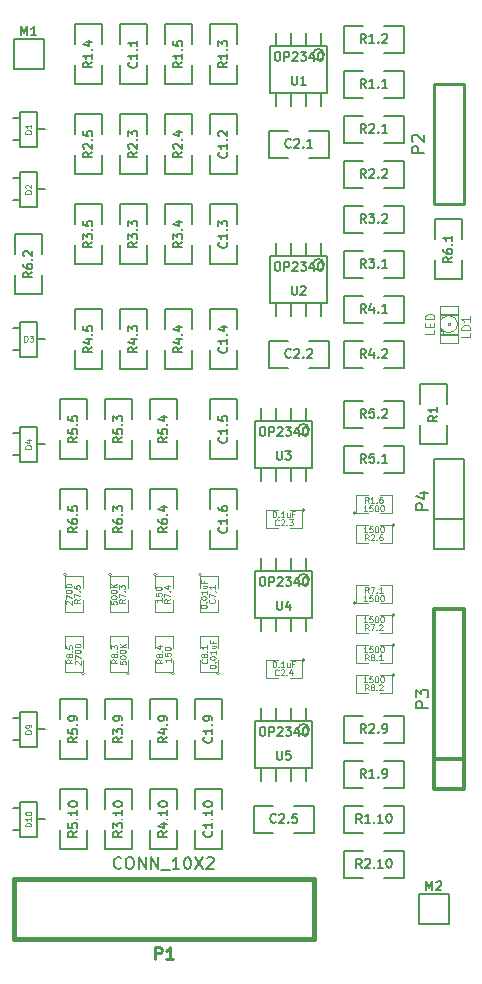
<source format=gto>
G04 (created by PCBNEW (2013-07-07 BZR 4022)-stable) date 10/7/2013 2:25:56 PM*
%MOIN*%
G04 Gerber Fmt 3.4, Leading zero omitted, Abs format*
%FSLAX34Y34*%
G01*
G70*
G90*
G04 APERTURE LIST*
%ADD10C,0.00590551*%
%ADD11C,0.005*%
%ADD12C,0.01*%
%ADD13C,0.015*%
%ADD14C,0.006*%
%ADD15C,0.0026*%
%ADD16C,0.004*%
%ADD17C,0.012*%
%ADD18C,0.0039*%
%ADD19C,0.008*%
%ADD20C,0.0059*%
%ADD21C,0.0035*%
%ADD22C,0.0043*%
G04 APERTURE END LIST*
G54D10*
G54D11*
X53000Y-40950D02*
X53000Y-40050D01*
X53000Y-40050D02*
X52350Y-40050D01*
X51650Y-40950D02*
X51000Y-40950D01*
X51000Y-40950D02*
X51000Y-40050D01*
X51000Y-40050D02*
X51650Y-40050D01*
X52350Y-40950D02*
X53000Y-40950D01*
X51000Y-41550D02*
X51000Y-42450D01*
X51000Y-42450D02*
X51650Y-42450D01*
X52350Y-41550D02*
X53000Y-41550D01*
X53000Y-41550D02*
X53000Y-42450D01*
X53000Y-42450D02*
X52350Y-42450D01*
X51650Y-41550D02*
X51000Y-41550D01*
G54D12*
X55000Y-42000D02*
X55000Y-46000D01*
X54000Y-42000D02*
X54000Y-46000D01*
X54000Y-46000D02*
X55000Y-46000D01*
X55000Y-42000D02*
X54000Y-42000D01*
G54D13*
X40000Y-68500D02*
X50000Y-68500D01*
X50000Y-70500D02*
X40000Y-70500D01*
X50000Y-70500D02*
X50000Y-68500D01*
X40000Y-68500D02*
X40000Y-70500D01*
G54D11*
X47450Y-40000D02*
X46550Y-40000D01*
X46550Y-40000D02*
X46550Y-40650D01*
X47450Y-41350D02*
X47450Y-42000D01*
X47450Y-42000D02*
X46550Y-42000D01*
X46550Y-42000D02*
X46550Y-41350D01*
X47450Y-40650D02*
X47450Y-40000D01*
X53000Y-45450D02*
X53000Y-44550D01*
X53000Y-44550D02*
X52350Y-44550D01*
X51650Y-45450D02*
X51000Y-45450D01*
X51000Y-45450D02*
X51000Y-44550D01*
X51000Y-44550D02*
X51650Y-44550D01*
X52350Y-45450D02*
X53000Y-45450D01*
X51000Y-43050D02*
X51000Y-43950D01*
X51000Y-43950D02*
X51650Y-43950D01*
X52350Y-43050D02*
X53000Y-43050D01*
X53000Y-43050D02*
X53000Y-43950D01*
X53000Y-43950D02*
X52350Y-43950D01*
X51650Y-43050D02*
X51000Y-43050D01*
X43550Y-45000D02*
X44450Y-45000D01*
X44450Y-45000D02*
X44450Y-44350D01*
X43550Y-43650D02*
X43550Y-43000D01*
X43550Y-43000D02*
X44450Y-43000D01*
X44450Y-43000D02*
X44450Y-43650D01*
X43550Y-44350D02*
X43550Y-45000D01*
X53000Y-46950D02*
X53000Y-46050D01*
X53000Y-46050D02*
X52350Y-46050D01*
X51650Y-46950D02*
X51000Y-46950D01*
X51000Y-46950D02*
X51000Y-46050D01*
X51000Y-46050D02*
X51650Y-46050D01*
X52350Y-46950D02*
X53000Y-46950D01*
X51000Y-47550D02*
X51000Y-48450D01*
X51000Y-48450D02*
X51650Y-48450D01*
X52350Y-47550D02*
X53000Y-47550D01*
X53000Y-47550D02*
X53000Y-48450D01*
X53000Y-48450D02*
X52350Y-48450D01*
X51650Y-47550D02*
X51000Y-47550D01*
X44450Y-46000D02*
X43550Y-46000D01*
X43550Y-46000D02*
X43550Y-46650D01*
X44450Y-47350D02*
X44450Y-48000D01*
X44450Y-48000D02*
X43550Y-48000D01*
X43550Y-48000D02*
X43550Y-47350D01*
X44450Y-46650D02*
X44450Y-46000D01*
X43550Y-51500D02*
X44450Y-51500D01*
X44450Y-51500D02*
X44450Y-50850D01*
X43550Y-50150D02*
X43550Y-49500D01*
X43550Y-49500D02*
X44450Y-49500D01*
X44450Y-49500D02*
X44450Y-50150D01*
X43550Y-50850D02*
X43550Y-51500D01*
X51000Y-49050D02*
X51000Y-49950D01*
X51000Y-49950D02*
X51650Y-49950D01*
X52350Y-49050D02*
X53000Y-49050D01*
X53000Y-49050D02*
X53000Y-49950D01*
X53000Y-49950D02*
X52350Y-49950D01*
X51650Y-49050D02*
X51000Y-49050D01*
X53000Y-51450D02*
X53000Y-50550D01*
X53000Y-50550D02*
X52350Y-50550D01*
X51650Y-51450D02*
X51000Y-51450D01*
X51000Y-51450D02*
X51000Y-50550D01*
X51000Y-50550D02*
X51650Y-50550D01*
X52350Y-51450D02*
X53000Y-51450D01*
X42950Y-40000D02*
X42050Y-40000D01*
X42050Y-40000D02*
X42050Y-40650D01*
X42950Y-41350D02*
X42950Y-42000D01*
X42950Y-42000D02*
X42050Y-42000D01*
X42050Y-42000D02*
X42050Y-41350D01*
X42950Y-40650D02*
X42950Y-40000D01*
X45950Y-40000D02*
X45050Y-40000D01*
X45050Y-40000D02*
X45050Y-40650D01*
X45950Y-41350D02*
X45950Y-42000D01*
X45950Y-42000D02*
X45050Y-42000D01*
X45050Y-42000D02*
X45050Y-41350D01*
X45950Y-40650D02*
X45950Y-40000D01*
X46550Y-45000D02*
X47450Y-45000D01*
X47450Y-45000D02*
X47450Y-44350D01*
X46550Y-43650D02*
X46550Y-43000D01*
X46550Y-43000D02*
X47450Y-43000D01*
X47450Y-43000D02*
X47450Y-43650D01*
X46550Y-44350D02*
X46550Y-45000D01*
X44450Y-40000D02*
X43550Y-40000D01*
X43550Y-40000D02*
X43550Y-40650D01*
X44450Y-41350D02*
X44450Y-42000D01*
X44450Y-42000D02*
X43550Y-42000D01*
X43550Y-42000D02*
X43550Y-41350D01*
X44450Y-40650D02*
X44450Y-40000D01*
X45050Y-45000D02*
X45950Y-45000D01*
X45950Y-45000D02*
X45950Y-44350D01*
X45050Y-43650D02*
X45050Y-43000D01*
X45050Y-43000D02*
X45950Y-43000D01*
X45950Y-43000D02*
X45950Y-43650D01*
X45050Y-44350D02*
X45050Y-45000D01*
X50500Y-44450D02*
X50500Y-43550D01*
X50500Y-43550D02*
X49850Y-43550D01*
X49150Y-44450D02*
X48500Y-44450D01*
X48500Y-44450D02*
X48500Y-43550D01*
X48500Y-43550D02*
X49150Y-43550D01*
X49850Y-44450D02*
X50500Y-44450D01*
X42050Y-45000D02*
X42950Y-45000D01*
X42950Y-45000D02*
X42950Y-44350D01*
X42050Y-43650D02*
X42050Y-43000D01*
X42050Y-43000D02*
X42950Y-43000D01*
X42950Y-43000D02*
X42950Y-43650D01*
X42050Y-44350D02*
X42050Y-45000D01*
X45950Y-46000D02*
X45050Y-46000D01*
X45050Y-46000D02*
X45050Y-46650D01*
X45950Y-47350D02*
X45950Y-48000D01*
X45950Y-48000D02*
X45050Y-48000D01*
X45050Y-48000D02*
X45050Y-47350D01*
X45950Y-46650D02*
X45950Y-46000D01*
X42950Y-46000D02*
X42050Y-46000D01*
X42050Y-46000D02*
X42050Y-46650D01*
X42950Y-47350D02*
X42950Y-48000D01*
X42950Y-48000D02*
X42050Y-48000D01*
X42050Y-48000D02*
X42050Y-47350D01*
X42950Y-46650D02*
X42950Y-46000D01*
X45050Y-51500D02*
X45950Y-51500D01*
X45950Y-51500D02*
X45950Y-50850D01*
X45050Y-50150D02*
X45050Y-49500D01*
X45050Y-49500D02*
X45950Y-49500D01*
X45950Y-49500D02*
X45950Y-50150D01*
X45050Y-50850D02*
X45050Y-51500D01*
X42050Y-51500D02*
X42950Y-51500D01*
X42950Y-51500D02*
X42950Y-50850D01*
X42050Y-50150D02*
X42050Y-49500D01*
X42050Y-49500D02*
X42950Y-49500D01*
X42950Y-49500D02*
X42950Y-50150D01*
X42050Y-50850D02*
X42050Y-51500D01*
X50450Y-49280D02*
X50450Y-47720D01*
X50450Y-47720D02*
X48550Y-47720D01*
X48550Y-47720D02*
X48550Y-49280D01*
X48550Y-49280D02*
X50450Y-49280D01*
X50250Y-49280D02*
X50250Y-49710D01*
X49750Y-49280D02*
X49750Y-49710D01*
X49250Y-49280D02*
X49250Y-49710D01*
X48750Y-49710D02*
X48750Y-49280D01*
X48750Y-47720D02*
X48750Y-47290D01*
X49250Y-47290D02*
X49250Y-47720D01*
X49750Y-47290D02*
X49750Y-47720D01*
X50250Y-47290D02*
X50250Y-47720D01*
X50346Y-48010D02*
G75*
G03X50346Y-48010I-186J0D01*
G74*
G01*
X50450Y-42280D02*
X50450Y-40720D01*
X50450Y-40720D02*
X48550Y-40720D01*
X48550Y-40720D02*
X48550Y-42280D01*
X48550Y-42280D02*
X50450Y-42280D01*
X50250Y-42280D02*
X50250Y-42710D01*
X49750Y-42280D02*
X49750Y-42710D01*
X49250Y-42280D02*
X49250Y-42710D01*
X48750Y-42710D02*
X48750Y-42280D01*
X48750Y-40720D02*
X48750Y-40290D01*
X49250Y-40290D02*
X49250Y-40720D01*
X49750Y-40290D02*
X49750Y-40720D01*
X50250Y-40290D02*
X50250Y-40720D01*
X50346Y-41010D02*
G75*
G03X50346Y-41010I-186J0D01*
G74*
G01*
X49950Y-59780D02*
X49950Y-58220D01*
X49950Y-58220D02*
X48050Y-58220D01*
X48050Y-58220D02*
X48050Y-59780D01*
X48050Y-59780D02*
X49950Y-59780D01*
X49750Y-59780D02*
X49750Y-60210D01*
X49250Y-59780D02*
X49250Y-60210D01*
X48750Y-59780D02*
X48750Y-60210D01*
X48250Y-60210D02*
X48250Y-59780D01*
X48250Y-58220D02*
X48250Y-57790D01*
X48750Y-57790D02*
X48750Y-58220D01*
X49250Y-57790D02*
X49250Y-58220D01*
X49750Y-57790D02*
X49750Y-58220D01*
X49846Y-58510D02*
G75*
G03X49846Y-58510I-186J0D01*
G74*
G01*
X49950Y-54780D02*
X49950Y-53220D01*
X49950Y-53220D02*
X48050Y-53220D01*
X48050Y-53220D02*
X48050Y-54780D01*
X48050Y-54780D02*
X49950Y-54780D01*
X49750Y-54780D02*
X49750Y-55210D01*
X49250Y-54780D02*
X49250Y-55210D01*
X48750Y-54780D02*
X48750Y-55210D01*
X48250Y-55210D02*
X48250Y-54780D01*
X48250Y-53220D02*
X48250Y-52790D01*
X48750Y-52790D02*
X48750Y-53220D01*
X49250Y-52790D02*
X49250Y-53220D01*
X49750Y-52790D02*
X49750Y-53220D01*
X49846Y-53510D02*
G75*
G03X49846Y-53510I-186J0D01*
G74*
G01*
X53000Y-53450D02*
X53000Y-52550D01*
X53000Y-52550D02*
X52350Y-52550D01*
X51650Y-53450D02*
X51000Y-53450D01*
X51000Y-53450D02*
X51000Y-52550D01*
X51000Y-52550D02*
X51650Y-52550D01*
X52350Y-53450D02*
X53000Y-53450D01*
X41550Y-57500D02*
X42450Y-57500D01*
X42450Y-57500D02*
X42450Y-56850D01*
X41550Y-56150D02*
X41550Y-55500D01*
X41550Y-55500D02*
X42450Y-55500D01*
X42450Y-55500D02*
X42450Y-56150D01*
X41550Y-56850D02*
X41550Y-57500D01*
X44550Y-57500D02*
X45450Y-57500D01*
X45450Y-57500D02*
X45450Y-56850D01*
X44550Y-56150D02*
X44550Y-55500D01*
X44550Y-55500D02*
X45450Y-55500D01*
X45450Y-55500D02*
X45450Y-56150D01*
X44550Y-56850D02*
X44550Y-57500D01*
X42450Y-52500D02*
X41550Y-52500D01*
X41550Y-52500D02*
X41550Y-53150D01*
X42450Y-53850D02*
X42450Y-54500D01*
X42450Y-54500D02*
X41550Y-54500D01*
X41550Y-54500D02*
X41550Y-53850D01*
X42450Y-53150D02*
X42450Y-52500D01*
X45450Y-52500D02*
X44550Y-52500D01*
X44550Y-52500D02*
X44550Y-53150D01*
X45450Y-53850D02*
X45450Y-54500D01*
X45450Y-54500D02*
X44550Y-54500D01*
X44550Y-54500D02*
X44550Y-53850D01*
X45450Y-53150D02*
X45450Y-52500D01*
X40050Y-49000D02*
X40950Y-49000D01*
X40950Y-49000D02*
X40950Y-48350D01*
X40050Y-47650D02*
X40050Y-47000D01*
X40050Y-47000D02*
X40950Y-47000D01*
X40950Y-47000D02*
X40950Y-47650D01*
X40050Y-48350D02*
X40050Y-49000D01*
X54950Y-46500D02*
X54050Y-46500D01*
X54050Y-46500D02*
X54050Y-47150D01*
X54950Y-47850D02*
X54950Y-48500D01*
X54950Y-48500D02*
X54050Y-48500D01*
X54050Y-48500D02*
X54050Y-47850D01*
X54950Y-47150D02*
X54950Y-46500D01*
X43950Y-52500D02*
X43050Y-52500D01*
X43050Y-52500D02*
X43050Y-53150D01*
X43950Y-53850D02*
X43950Y-54500D01*
X43950Y-54500D02*
X43050Y-54500D01*
X43050Y-54500D02*
X43050Y-53850D01*
X43950Y-53150D02*
X43950Y-52500D01*
X51000Y-54050D02*
X51000Y-54950D01*
X51000Y-54950D02*
X51650Y-54950D01*
X52350Y-54050D02*
X53000Y-54050D01*
X53000Y-54050D02*
X53000Y-54950D01*
X53000Y-54950D02*
X52350Y-54950D01*
X51650Y-54050D02*
X51000Y-54050D01*
X53550Y-54000D02*
X54450Y-54000D01*
X54450Y-54000D02*
X54450Y-53350D01*
X53550Y-52650D02*
X53550Y-52000D01*
X53550Y-52000D02*
X54450Y-52000D01*
X54450Y-52000D02*
X54450Y-52650D01*
X53550Y-53350D02*
X53550Y-54000D01*
G54D14*
X55000Y-57500D02*
X54000Y-57500D01*
X54000Y-57500D02*
X54000Y-54500D01*
X54000Y-54500D02*
X55000Y-54500D01*
X55000Y-54500D02*
X55000Y-57500D01*
X54000Y-56500D02*
X55000Y-56500D01*
G54D15*
X54461Y-49961D02*
X54461Y-50039D01*
X54461Y-50039D02*
X54539Y-50039D01*
X54539Y-49961D02*
X54539Y-50039D01*
X54461Y-49961D02*
X54539Y-49961D01*
X54225Y-50177D02*
X54225Y-50314D01*
X54225Y-50314D02*
X54323Y-50314D01*
X54323Y-50177D02*
X54323Y-50314D01*
X54225Y-50177D02*
X54323Y-50177D01*
X54225Y-50314D02*
X54225Y-50354D01*
X54225Y-50354D02*
X54696Y-50354D01*
X54696Y-50314D02*
X54696Y-50354D01*
X54225Y-50314D02*
X54696Y-50314D01*
X54716Y-50314D02*
X54716Y-50354D01*
X54716Y-50354D02*
X54775Y-50354D01*
X54775Y-50314D02*
X54775Y-50354D01*
X54716Y-50314D02*
X54775Y-50314D01*
X54225Y-49646D02*
X54225Y-49686D01*
X54225Y-49686D02*
X54696Y-49686D01*
X54696Y-49646D02*
X54696Y-49686D01*
X54225Y-49646D02*
X54696Y-49646D01*
X54716Y-49646D02*
X54716Y-49686D01*
X54716Y-49686D02*
X54775Y-49686D01*
X54775Y-49646D02*
X54775Y-49686D01*
X54716Y-49646D02*
X54775Y-49646D01*
X54225Y-50177D02*
X54225Y-50236D01*
X54225Y-50236D02*
X54323Y-50236D01*
X54323Y-50177D02*
X54323Y-50236D01*
X54225Y-50177D02*
X54323Y-50177D01*
G54D16*
X54205Y-50610D02*
X54205Y-49390D01*
X54205Y-49390D02*
X54795Y-49390D01*
X54795Y-49390D02*
X54795Y-50610D01*
X54795Y-50610D02*
X54205Y-50610D01*
X54303Y-49784D02*
G75*
G03X54304Y-50216I196J-215D01*
G74*
G01*
X54696Y-49784D02*
G75*
G03X54304Y-49783I-196J-215D01*
G74*
G01*
X54696Y-50215D02*
G75*
G03X54695Y-49783I-196J215D01*
G74*
G01*
X54303Y-50215D02*
G75*
G03X54695Y-50216I196J215D01*
G74*
G01*
G54D11*
X40225Y-50875D02*
X39965Y-50875D01*
X40225Y-50125D02*
X39965Y-50125D01*
X40775Y-50500D02*
X41035Y-50500D01*
X40775Y-49910D02*
X40775Y-51090D01*
X40775Y-51090D02*
X40225Y-51090D01*
X40225Y-51090D02*
X40225Y-49910D01*
X40225Y-49910D02*
X40775Y-49910D01*
X40225Y-66875D02*
X39965Y-66875D01*
X40225Y-66125D02*
X39965Y-66125D01*
X40775Y-66500D02*
X41035Y-66500D01*
X40775Y-65910D02*
X40775Y-67090D01*
X40775Y-67090D02*
X40225Y-67090D01*
X40225Y-67090D02*
X40225Y-65910D01*
X40225Y-65910D02*
X40775Y-65910D01*
X40225Y-63875D02*
X39965Y-63875D01*
X40225Y-63125D02*
X39965Y-63125D01*
X40775Y-63500D02*
X41035Y-63500D01*
X40775Y-62910D02*
X40775Y-64090D01*
X40775Y-64090D02*
X40225Y-64090D01*
X40225Y-64090D02*
X40225Y-62910D01*
X40225Y-62910D02*
X40775Y-62910D01*
X40225Y-45875D02*
X39965Y-45875D01*
X40225Y-45125D02*
X39965Y-45125D01*
X40775Y-45500D02*
X41035Y-45500D01*
X40775Y-44910D02*
X40775Y-46090D01*
X40775Y-46090D02*
X40225Y-46090D01*
X40225Y-46090D02*
X40225Y-44910D01*
X40225Y-44910D02*
X40775Y-44910D01*
X40225Y-54375D02*
X39965Y-54375D01*
X40225Y-53625D02*
X39965Y-53625D01*
X40775Y-54000D02*
X41035Y-54000D01*
X40775Y-53410D02*
X40775Y-54590D01*
X40775Y-54590D02*
X40225Y-54590D01*
X40225Y-54590D02*
X40225Y-53410D01*
X40225Y-53410D02*
X40775Y-53410D01*
X49950Y-64780D02*
X49950Y-63220D01*
X49950Y-63220D02*
X48050Y-63220D01*
X48050Y-63220D02*
X48050Y-64780D01*
X48050Y-64780D02*
X49950Y-64780D01*
X49750Y-64780D02*
X49750Y-65210D01*
X49250Y-64780D02*
X49250Y-65210D01*
X48750Y-64780D02*
X48750Y-65210D01*
X48250Y-65210D02*
X48250Y-64780D01*
X48250Y-63220D02*
X48250Y-62790D01*
X48750Y-62790D02*
X48750Y-63220D01*
X49250Y-62790D02*
X49250Y-63220D01*
X49750Y-62790D02*
X49750Y-63220D01*
X49846Y-63510D02*
G75*
G03X49846Y-63510I-186J0D01*
G74*
G01*
X53000Y-63950D02*
X53000Y-63050D01*
X53000Y-63050D02*
X52350Y-63050D01*
X51650Y-63950D02*
X51000Y-63950D01*
X51000Y-63950D02*
X51000Y-63050D01*
X51000Y-63050D02*
X51650Y-63050D01*
X52350Y-63950D02*
X53000Y-63950D01*
X51000Y-64550D02*
X51000Y-65450D01*
X51000Y-65450D02*
X51650Y-65450D01*
X52350Y-64550D02*
X53000Y-64550D01*
X53000Y-64550D02*
X53000Y-65450D01*
X53000Y-65450D02*
X52350Y-65450D01*
X51650Y-64550D02*
X51000Y-64550D01*
X43050Y-64500D02*
X43950Y-64500D01*
X43950Y-64500D02*
X43950Y-63850D01*
X43050Y-63150D02*
X43050Y-62500D01*
X43050Y-62500D02*
X43950Y-62500D01*
X43950Y-62500D02*
X43950Y-63150D01*
X43050Y-63850D02*
X43050Y-64500D01*
X43050Y-67500D02*
X43950Y-67500D01*
X43950Y-67500D02*
X43950Y-66850D01*
X43050Y-66150D02*
X43050Y-65500D01*
X43050Y-65500D02*
X43950Y-65500D01*
X43950Y-65500D02*
X43950Y-66150D01*
X43050Y-66850D02*
X43050Y-67500D01*
X51000Y-66050D02*
X51000Y-66950D01*
X51000Y-66950D02*
X51650Y-66950D01*
X52350Y-66050D02*
X53000Y-66050D01*
X53000Y-66050D02*
X53000Y-66950D01*
X53000Y-66950D02*
X52350Y-66950D01*
X51650Y-66050D02*
X51000Y-66050D01*
X51000Y-67550D02*
X51000Y-68450D01*
X51000Y-68450D02*
X51650Y-68450D01*
X52350Y-67550D02*
X53000Y-67550D01*
X53000Y-67550D02*
X53000Y-68450D01*
X53000Y-68450D02*
X52350Y-68450D01*
X51650Y-67550D02*
X51000Y-67550D01*
X44550Y-64500D02*
X45450Y-64500D01*
X45450Y-64500D02*
X45450Y-63850D01*
X44550Y-63150D02*
X44550Y-62500D01*
X44550Y-62500D02*
X45450Y-62500D01*
X45450Y-62500D02*
X45450Y-63150D01*
X44550Y-63850D02*
X44550Y-64500D01*
X46050Y-64500D02*
X46950Y-64500D01*
X46950Y-64500D02*
X46950Y-63850D01*
X46050Y-63150D02*
X46050Y-62500D01*
X46050Y-62500D02*
X46950Y-62500D01*
X46950Y-62500D02*
X46950Y-63150D01*
X46050Y-63850D02*
X46050Y-64500D01*
X41550Y-64500D02*
X42450Y-64500D01*
X42450Y-64500D02*
X42450Y-63850D01*
X41550Y-63150D02*
X41550Y-62500D01*
X41550Y-62500D02*
X42450Y-62500D01*
X42450Y-62500D02*
X42450Y-63150D01*
X41550Y-63850D02*
X41550Y-64500D01*
X44550Y-67500D02*
X45450Y-67500D01*
X45450Y-67500D02*
X45450Y-66850D01*
X44550Y-66150D02*
X44550Y-65500D01*
X44550Y-65500D02*
X45450Y-65500D01*
X45450Y-65500D02*
X45450Y-66150D01*
X44550Y-66850D02*
X44550Y-67500D01*
X46050Y-67500D02*
X46950Y-67500D01*
X46950Y-67500D02*
X46950Y-66850D01*
X46050Y-66150D02*
X46050Y-65500D01*
X46050Y-65500D02*
X46950Y-65500D01*
X46950Y-65500D02*
X46950Y-66150D01*
X46050Y-66850D02*
X46050Y-67500D01*
X41550Y-67500D02*
X42450Y-67500D01*
X42450Y-67500D02*
X42450Y-66850D01*
X41550Y-66150D02*
X41550Y-65500D01*
X41550Y-65500D02*
X42450Y-65500D01*
X42450Y-65500D02*
X42450Y-66150D01*
X41550Y-66850D02*
X41550Y-67500D01*
X40225Y-43875D02*
X39965Y-43875D01*
X40225Y-43125D02*
X39965Y-43125D01*
X40775Y-43500D02*
X41035Y-43500D01*
X40775Y-42910D02*
X40775Y-44090D01*
X40775Y-44090D02*
X40225Y-44090D01*
X40225Y-44090D02*
X40225Y-42910D01*
X40225Y-42910D02*
X40775Y-42910D01*
G54D17*
X55000Y-65500D02*
X54000Y-65500D01*
X54000Y-65500D02*
X54000Y-59500D01*
X54000Y-59500D02*
X55000Y-59500D01*
X55000Y-59500D02*
X55000Y-65500D01*
X55000Y-64500D02*
X54000Y-64500D01*
G54D18*
X46850Y-61650D02*
G75*
G03X46850Y-61650I-50J0D01*
G74*
G01*
X46800Y-61200D02*
X46800Y-61600D01*
X46800Y-61600D02*
X46200Y-61600D01*
X46200Y-61600D02*
X46200Y-61200D01*
X46200Y-60800D02*
X46200Y-60400D01*
X46200Y-60400D02*
X46800Y-60400D01*
X46800Y-60400D02*
X46800Y-60800D01*
G54D11*
X47450Y-46000D02*
X46550Y-46000D01*
X46550Y-46000D02*
X46550Y-46650D01*
X47450Y-47350D02*
X47450Y-48000D01*
X47450Y-48000D02*
X46550Y-48000D01*
X46550Y-48000D02*
X46550Y-47350D01*
X47450Y-46650D02*
X47450Y-46000D01*
X46550Y-51500D02*
X47450Y-51500D01*
X47450Y-51500D02*
X47450Y-50850D01*
X46550Y-50150D02*
X46550Y-49500D01*
X46550Y-49500D02*
X47450Y-49500D01*
X47450Y-49500D02*
X47450Y-50150D01*
X46550Y-50850D02*
X46550Y-51500D01*
X48000Y-66050D02*
X48000Y-66950D01*
X48000Y-66950D02*
X48650Y-66950D01*
X49350Y-66050D02*
X50000Y-66050D01*
X50000Y-66050D02*
X50000Y-66950D01*
X50000Y-66950D02*
X49350Y-66950D01*
X48650Y-66050D02*
X48000Y-66050D01*
X47450Y-52500D02*
X46550Y-52500D01*
X46550Y-52500D02*
X46550Y-53150D01*
X47450Y-53850D02*
X47450Y-54500D01*
X47450Y-54500D02*
X46550Y-54500D01*
X46550Y-54500D02*
X46550Y-53850D01*
X47450Y-53150D02*
X47450Y-52500D01*
X46550Y-57500D02*
X47450Y-57500D01*
X47450Y-57500D02*
X47450Y-56850D01*
X46550Y-56150D02*
X46550Y-55500D01*
X46550Y-55500D02*
X47450Y-55500D01*
X47450Y-55500D02*
X47450Y-56150D01*
X46550Y-56850D02*
X46550Y-57500D01*
X50500Y-51450D02*
X50500Y-50550D01*
X50500Y-50550D02*
X49850Y-50550D01*
X49150Y-51450D02*
X48500Y-51450D01*
X48500Y-51450D02*
X48500Y-50550D01*
X48500Y-50550D02*
X49150Y-50550D01*
X49850Y-51450D02*
X50500Y-51450D01*
G54D18*
X51400Y-59300D02*
G75*
G03X51400Y-59300I-50J0D01*
G74*
G01*
X51800Y-59300D02*
X51400Y-59300D01*
X51400Y-59300D02*
X51400Y-58700D01*
X51400Y-58700D02*
X51800Y-58700D01*
X52200Y-58700D02*
X52600Y-58700D01*
X52600Y-58700D02*
X52600Y-59300D01*
X52600Y-59300D02*
X52200Y-59300D01*
X52700Y-59700D02*
G75*
G03X52700Y-59700I-50J0D01*
G74*
G01*
X52200Y-59700D02*
X52600Y-59700D01*
X52600Y-59700D02*
X52600Y-60300D01*
X52600Y-60300D02*
X52200Y-60300D01*
X51800Y-60300D02*
X51400Y-60300D01*
X51400Y-60300D02*
X51400Y-59700D01*
X51400Y-59700D02*
X51800Y-59700D01*
X42350Y-61650D02*
G75*
G03X42350Y-61650I-50J0D01*
G74*
G01*
X42300Y-61200D02*
X42300Y-61600D01*
X42300Y-61600D02*
X41700Y-61600D01*
X41700Y-61600D02*
X41700Y-61200D01*
X41700Y-60800D02*
X41700Y-60400D01*
X41700Y-60400D02*
X42300Y-60400D01*
X42300Y-60400D02*
X42300Y-60800D01*
X45350Y-61650D02*
G75*
G03X45350Y-61650I-50J0D01*
G74*
G01*
X45300Y-61200D02*
X45300Y-61600D01*
X45300Y-61600D02*
X44700Y-61600D01*
X44700Y-61600D02*
X44700Y-61200D01*
X44700Y-60800D02*
X44700Y-60400D01*
X44700Y-60400D02*
X45300Y-60400D01*
X45300Y-60400D02*
X45300Y-60800D01*
X41750Y-58350D02*
G75*
G03X41750Y-58350I-50J0D01*
G74*
G01*
X41700Y-58800D02*
X41700Y-58400D01*
X41700Y-58400D02*
X42300Y-58400D01*
X42300Y-58400D02*
X42300Y-58800D01*
X42300Y-59200D02*
X42300Y-59600D01*
X42300Y-59600D02*
X41700Y-59600D01*
X41700Y-59600D02*
X41700Y-59200D01*
X46250Y-58350D02*
G75*
G03X46250Y-58350I-50J0D01*
G74*
G01*
X46200Y-58800D02*
X46200Y-58400D01*
X46200Y-58400D02*
X46800Y-58400D01*
X46800Y-58400D02*
X46800Y-58800D01*
X46800Y-59200D02*
X46800Y-59600D01*
X46800Y-59600D02*
X46200Y-59600D01*
X46200Y-59600D02*
X46200Y-59200D01*
X44750Y-58350D02*
G75*
G03X44750Y-58350I-50J0D01*
G74*
G01*
X44700Y-58800D02*
X44700Y-58400D01*
X44700Y-58400D02*
X45300Y-58400D01*
X45300Y-58400D02*
X45300Y-58800D01*
X45300Y-59200D02*
X45300Y-59600D01*
X45300Y-59600D02*
X44700Y-59600D01*
X44700Y-59600D02*
X44700Y-59200D01*
X52700Y-61700D02*
G75*
G03X52700Y-61700I-50J0D01*
G74*
G01*
X52200Y-61700D02*
X52600Y-61700D01*
X52600Y-61700D02*
X52600Y-62300D01*
X52600Y-62300D02*
X52200Y-62300D01*
X51800Y-62300D02*
X51400Y-62300D01*
X51400Y-62300D02*
X51400Y-61700D01*
X51400Y-61700D02*
X51800Y-61700D01*
X52700Y-60700D02*
G75*
G03X52700Y-60700I-50J0D01*
G74*
G01*
X52200Y-60700D02*
X52600Y-60700D01*
X52600Y-60700D02*
X52600Y-61300D01*
X52600Y-61300D02*
X52200Y-61300D01*
X51800Y-61300D02*
X51400Y-61300D01*
X51400Y-61300D02*
X51400Y-60700D01*
X51400Y-60700D02*
X51800Y-60700D01*
X43850Y-61650D02*
G75*
G03X43850Y-61650I-50J0D01*
G74*
G01*
X43800Y-61200D02*
X43800Y-61600D01*
X43800Y-61600D02*
X43200Y-61600D01*
X43200Y-61600D02*
X43200Y-61200D01*
X43200Y-60800D02*
X43200Y-60400D01*
X43200Y-60400D02*
X43800Y-60400D01*
X43800Y-60400D02*
X43800Y-60800D01*
X43250Y-58350D02*
G75*
G03X43250Y-58350I-50J0D01*
G74*
G01*
X43200Y-58800D02*
X43200Y-58400D01*
X43200Y-58400D02*
X43800Y-58400D01*
X43800Y-58400D02*
X43800Y-58800D01*
X43800Y-59200D02*
X43800Y-59600D01*
X43800Y-59600D02*
X43200Y-59600D01*
X43200Y-59600D02*
X43200Y-59200D01*
X49700Y-56200D02*
G75*
G03X49700Y-56200I-50J0D01*
G74*
G01*
X49200Y-56200D02*
X49600Y-56200D01*
X49600Y-56200D02*
X49600Y-56800D01*
X49600Y-56800D02*
X49200Y-56800D01*
X48800Y-56800D02*
X48400Y-56800D01*
X48400Y-56800D02*
X48400Y-56200D01*
X48400Y-56200D02*
X48800Y-56200D01*
X49700Y-61200D02*
G75*
G03X49700Y-61200I-50J0D01*
G74*
G01*
X49200Y-61200D02*
X49600Y-61200D01*
X49600Y-61200D02*
X49600Y-61800D01*
X49600Y-61800D02*
X49200Y-61800D01*
X48800Y-61800D02*
X48400Y-61800D01*
X48400Y-61800D02*
X48400Y-61200D01*
X48400Y-61200D02*
X48800Y-61200D01*
G54D11*
X43050Y-57500D02*
X43950Y-57500D01*
X43950Y-57500D02*
X43950Y-56850D01*
X43050Y-56150D02*
X43050Y-55500D01*
X43050Y-55500D02*
X43950Y-55500D01*
X43950Y-55500D02*
X43950Y-56150D01*
X43050Y-56850D02*
X43050Y-57500D01*
G54D18*
X51400Y-56300D02*
G75*
G03X51400Y-56300I-50J0D01*
G74*
G01*
X51800Y-56300D02*
X51400Y-56300D01*
X51400Y-56300D02*
X51400Y-55700D01*
X51400Y-55700D02*
X51800Y-55700D01*
X52200Y-55700D02*
X52600Y-55700D01*
X52600Y-55700D02*
X52600Y-56300D01*
X52600Y-56300D02*
X52200Y-56300D01*
X52700Y-56700D02*
G75*
G03X52700Y-56700I-50J0D01*
G74*
G01*
X52200Y-56700D02*
X52600Y-56700D01*
X52600Y-56700D02*
X52600Y-57300D01*
X52600Y-57300D02*
X52200Y-57300D01*
X51800Y-57300D02*
X51400Y-57300D01*
X51400Y-57300D02*
X51400Y-56700D01*
X51400Y-56700D02*
X51800Y-56700D01*
G54D14*
X41000Y-41500D02*
X40000Y-41500D01*
X40000Y-40500D02*
X41000Y-40500D01*
X40000Y-41500D02*
X40000Y-40500D01*
X41000Y-40500D02*
X41000Y-41500D01*
X54500Y-70000D02*
X53500Y-70000D01*
X53500Y-69000D02*
X54500Y-69000D01*
X53500Y-70000D02*
X53500Y-69000D01*
X54500Y-69000D02*
X54500Y-70000D01*
G54D11*
X51735Y-40621D02*
X51635Y-40478D01*
X51564Y-40621D02*
X51564Y-40321D01*
X51678Y-40321D01*
X51707Y-40335D01*
X51721Y-40350D01*
X51735Y-40378D01*
X51735Y-40421D01*
X51721Y-40450D01*
X51707Y-40464D01*
X51678Y-40478D01*
X51564Y-40478D01*
X52021Y-40621D02*
X51850Y-40621D01*
X51935Y-40621D02*
X51935Y-40321D01*
X51907Y-40364D01*
X51878Y-40392D01*
X51850Y-40407D01*
X52150Y-40592D02*
X52164Y-40607D01*
X52150Y-40621D01*
X52135Y-40607D01*
X52150Y-40592D01*
X52150Y-40621D01*
X52278Y-40350D02*
X52292Y-40335D01*
X52321Y-40321D01*
X52392Y-40321D01*
X52421Y-40335D01*
X52435Y-40350D01*
X52450Y-40378D01*
X52450Y-40407D01*
X52435Y-40450D01*
X52264Y-40621D01*
X52450Y-40621D01*
X51735Y-42121D02*
X51635Y-41978D01*
X51564Y-42121D02*
X51564Y-41821D01*
X51678Y-41821D01*
X51707Y-41835D01*
X51721Y-41850D01*
X51735Y-41878D01*
X51735Y-41921D01*
X51721Y-41950D01*
X51707Y-41964D01*
X51678Y-41978D01*
X51564Y-41978D01*
X52021Y-42121D02*
X51850Y-42121D01*
X51935Y-42121D02*
X51935Y-41821D01*
X51907Y-41864D01*
X51878Y-41892D01*
X51850Y-41907D01*
X52150Y-42092D02*
X52164Y-42107D01*
X52150Y-42121D01*
X52135Y-42107D01*
X52150Y-42092D01*
X52150Y-42121D01*
X52450Y-42121D02*
X52278Y-42121D01*
X52364Y-42121D02*
X52364Y-41821D01*
X52335Y-41864D01*
X52307Y-41892D01*
X52278Y-41907D01*
G54D19*
X53661Y-44295D02*
X53261Y-44295D01*
X53261Y-44142D01*
X53280Y-44104D01*
X53300Y-44085D01*
X53338Y-44066D01*
X53395Y-44066D01*
X53433Y-44085D01*
X53452Y-44104D01*
X53471Y-44142D01*
X53471Y-44295D01*
X53300Y-43914D02*
X53280Y-43895D01*
X53261Y-43857D01*
X53261Y-43761D01*
X53280Y-43723D01*
X53300Y-43704D01*
X53338Y-43685D01*
X53376Y-43685D01*
X53433Y-43704D01*
X53661Y-43933D01*
X53661Y-43685D01*
G54D12*
X44704Y-71161D02*
X44704Y-70761D01*
X44857Y-70761D01*
X44895Y-70780D01*
X44914Y-70800D01*
X44933Y-70838D01*
X44933Y-70895D01*
X44914Y-70933D01*
X44895Y-70952D01*
X44857Y-70971D01*
X44704Y-70971D01*
X45314Y-71161D02*
X45085Y-71161D01*
X45200Y-71161D02*
X45200Y-70761D01*
X45161Y-70819D01*
X45123Y-70857D01*
X45085Y-70876D01*
G54D19*
X43580Y-68123D02*
X43561Y-68142D01*
X43504Y-68161D01*
X43466Y-68161D01*
X43409Y-68142D01*
X43371Y-68104D01*
X43352Y-68066D01*
X43333Y-67990D01*
X43333Y-67933D01*
X43352Y-67857D01*
X43371Y-67819D01*
X43409Y-67780D01*
X43466Y-67761D01*
X43504Y-67761D01*
X43561Y-67780D01*
X43580Y-67800D01*
X43828Y-67761D02*
X43904Y-67761D01*
X43942Y-67780D01*
X43980Y-67819D01*
X44000Y-67895D01*
X44000Y-68028D01*
X43980Y-68104D01*
X43942Y-68142D01*
X43904Y-68161D01*
X43828Y-68161D01*
X43790Y-68142D01*
X43752Y-68104D01*
X43733Y-68028D01*
X43733Y-67895D01*
X43752Y-67819D01*
X43790Y-67780D01*
X43828Y-67761D01*
X44171Y-68161D02*
X44171Y-67761D01*
X44400Y-68161D01*
X44400Y-67761D01*
X44590Y-68161D02*
X44590Y-67761D01*
X44819Y-68161D01*
X44819Y-67761D01*
X44914Y-68200D02*
X45219Y-68200D01*
X45523Y-68161D02*
X45295Y-68161D01*
X45409Y-68161D02*
X45409Y-67761D01*
X45371Y-67819D01*
X45333Y-67857D01*
X45295Y-67876D01*
X45771Y-67761D02*
X45809Y-67761D01*
X45847Y-67780D01*
X45866Y-67800D01*
X45885Y-67838D01*
X45904Y-67914D01*
X45904Y-68009D01*
X45885Y-68085D01*
X45866Y-68123D01*
X45847Y-68142D01*
X45809Y-68161D01*
X45771Y-68161D01*
X45733Y-68142D01*
X45714Y-68123D01*
X45695Y-68085D01*
X45676Y-68009D01*
X45676Y-67914D01*
X45695Y-67838D01*
X45714Y-67800D01*
X45733Y-67780D01*
X45771Y-67761D01*
X46038Y-67761D02*
X46304Y-68161D01*
X46304Y-67761D02*
X46038Y-68161D01*
X46438Y-67800D02*
X46457Y-67780D01*
X46495Y-67761D01*
X46590Y-67761D01*
X46628Y-67780D01*
X46647Y-67800D01*
X46666Y-67838D01*
X46666Y-67876D01*
X46647Y-67933D01*
X46419Y-68161D01*
X46666Y-68161D01*
G54D11*
X47121Y-41264D02*
X46978Y-41364D01*
X47121Y-41435D02*
X46821Y-41435D01*
X46821Y-41321D01*
X46835Y-41292D01*
X46850Y-41278D01*
X46878Y-41264D01*
X46921Y-41264D01*
X46950Y-41278D01*
X46964Y-41292D01*
X46978Y-41321D01*
X46978Y-41435D01*
X47121Y-40978D02*
X47121Y-41149D01*
X47121Y-41064D02*
X46821Y-41064D01*
X46864Y-41092D01*
X46892Y-41121D01*
X46907Y-41149D01*
X47092Y-40849D02*
X47107Y-40835D01*
X47121Y-40849D01*
X47107Y-40864D01*
X47092Y-40849D01*
X47121Y-40849D01*
X46821Y-40735D02*
X46821Y-40550D01*
X46935Y-40650D01*
X46935Y-40607D01*
X46950Y-40578D01*
X46964Y-40564D01*
X46992Y-40550D01*
X47064Y-40550D01*
X47092Y-40564D01*
X47107Y-40578D01*
X47121Y-40607D01*
X47121Y-40692D01*
X47107Y-40721D01*
X47092Y-40735D01*
X51735Y-45121D02*
X51635Y-44978D01*
X51564Y-45121D02*
X51564Y-44821D01*
X51678Y-44821D01*
X51707Y-44835D01*
X51721Y-44850D01*
X51735Y-44878D01*
X51735Y-44921D01*
X51721Y-44950D01*
X51707Y-44964D01*
X51678Y-44978D01*
X51564Y-44978D01*
X51850Y-44850D02*
X51864Y-44835D01*
X51892Y-44821D01*
X51964Y-44821D01*
X51992Y-44835D01*
X52007Y-44850D01*
X52021Y-44878D01*
X52021Y-44907D01*
X52007Y-44950D01*
X51835Y-45121D01*
X52021Y-45121D01*
X52150Y-45092D02*
X52164Y-45107D01*
X52150Y-45121D01*
X52135Y-45107D01*
X52150Y-45092D01*
X52150Y-45121D01*
X52278Y-44850D02*
X52292Y-44835D01*
X52321Y-44821D01*
X52392Y-44821D01*
X52421Y-44835D01*
X52435Y-44850D01*
X52450Y-44878D01*
X52450Y-44907D01*
X52435Y-44950D01*
X52264Y-45121D01*
X52450Y-45121D01*
X51735Y-43621D02*
X51635Y-43478D01*
X51564Y-43621D02*
X51564Y-43321D01*
X51678Y-43321D01*
X51707Y-43335D01*
X51721Y-43350D01*
X51735Y-43378D01*
X51735Y-43421D01*
X51721Y-43450D01*
X51707Y-43464D01*
X51678Y-43478D01*
X51564Y-43478D01*
X51850Y-43350D02*
X51864Y-43335D01*
X51892Y-43321D01*
X51964Y-43321D01*
X51992Y-43335D01*
X52007Y-43350D01*
X52021Y-43378D01*
X52021Y-43407D01*
X52007Y-43450D01*
X51835Y-43621D01*
X52021Y-43621D01*
X52150Y-43592D02*
X52164Y-43607D01*
X52150Y-43621D01*
X52135Y-43607D01*
X52150Y-43592D01*
X52150Y-43621D01*
X52450Y-43621D02*
X52278Y-43621D01*
X52364Y-43621D02*
X52364Y-43321D01*
X52335Y-43364D01*
X52307Y-43392D01*
X52278Y-43407D01*
X44121Y-44264D02*
X43978Y-44364D01*
X44121Y-44435D02*
X43821Y-44435D01*
X43821Y-44321D01*
X43835Y-44292D01*
X43850Y-44278D01*
X43878Y-44264D01*
X43921Y-44264D01*
X43950Y-44278D01*
X43964Y-44292D01*
X43978Y-44321D01*
X43978Y-44435D01*
X43850Y-44149D02*
X43835Y-44135D01*
X43821Y-44107D01*
X43821Y-44035D01*
X43835Y-44007D01*
X43850Y-43992D01*
X43878Y-43978D01*
X43907Y-43978D01*
X43950Y-43992D01*
X44121Y-44164D01*
X44121Y-43978D01*
X44092Y-43849D02*
X44107Y-43835D01*
X44121Y-43849D01*
X44107Y-43864D01*
X44092Y-43849D01*
X44121Y-43849D01*
X43821Y-43735D02*
X43821Y-43550D01*
X43935Y-43650D01*
X43935Y-43607D01*
X43950Y-43578D01*
X43964Y-43564D01*
X43992Y-43550D01*
X44064Y-43550D01*
X44092Y-43564D01*
X44107Y-43578D01*
X44121Y-43607D01*
X44121Y-43692D01*
X44107Y-43721D01*
X44092Y-43735D01*
X51735Y-46621D02*
X51635Y-46478D01*
X51564Y-46621D02*
X51564Y-46321D01*
X51678Y-46321D01*
X51707Y-46335D01*
X51721Y-46350D01*
X51735Y-46378D01*
X51735Y-46421D01*
X51721Y-46450D01*
X51707Y-46464D01*
X51678Y-46478D01*
X51564Y-46478D01*
X51835Y-46321D02*
X52021Y-46321D01*
X51921Y-46435D01*
X51964Y-46435D01*
X51992Y-46450D01*
X52007Y-46464D01*
X52021Y-46492D01*
X52021Y-46564D01*
X52007Y-46592D01*
X51992Y-46607D01*
X51964Y-46621D01*
X51878Y-46621D01*
X51850Y-46607D01*
X51835Y-46592D01*
X52150Y-46592D02*
X52164Y-46607D01*
X52150Y-46621D01*
X52135Y-46607D01*
X52150Y-46592D01*
X52150Y-46621D01*
X52278Y-46350D02*
X52292Y-46335D01*
X52321Y-46321D01*
X52392Y-46321D01*
X52421Y-46335D01*
X52435Y-46350D01*
X52450Y-46378D01*
X52450Y-46407D01*
X52435Y-46450D01*
X52264Y-46621D01*
X52450Y-46621D01*
X51735Y-48121D02*
X51635Y-47978D01*
X51564Y-48121D02*
X51564Y-47821D01*
X51678Y-47821D01*
X51707Y-47835D01*
X51721Y-47850D01*
X51735Y-47878D01*
X51735Y-47921D01*
X51721Y-47950D01*
X51707Y-47964D01*
X51678Y-47978D01*
X51564Y-47978D01*
X51835Y-47821D02*
X52021Y-47821D01*
X51921Y-47935D01*
X51964Y-47935D01*
X51992Y-47950D01*
X52007Y-47964D01*
X52021Y-47992D01*
X52021Y-48064D01*
X52007Y-48092D01*
X51992Y-48107D01*
X51964Y-48121D01*
X51878Y-48121D01*
X51850Y-48107D01*
X51835Y-48092D01*
X52150Y-48092D02*
X52164Y-48107D01*
X52150Y-48121D01*
X52135Y-48107D01*
X52150Y-48092D01*
X52150Y-48121D01*
X52450Y-48121D02*
X52278Y-48121D01*
X52364Y-48121D02*
X52364Y-47821D01*
X52335Y-47864D01*
X52307Y-47892D01*
X52278Y-47907D01*
X44121Y-47264D02*
X43978Y-47364D01*
X44121Y-47435D02*
X43821Y-47435D01*
X43821Y-47321D01*
X43835Y-47292D01*
X43850Y-47278D01*
X43878Y-47264D01*
X43921Y-47264D01*
X43950Y-47278D01*
X43964Y-47292D01*
X43978Y-47321D01*
X43978Y-47435D01*
X43821Y-47164D02*
X43821Y-46978D01*
X43935Y-47078D01*
X43935Y-47035D01*
X43950Y-47007D01*
X43964Y-46992D01*
X43992Y-46978D01*
X44064Y-46978D01*
X44092Y-46992D01*
X44107Y-47007D01*
X44121Y-47035D01*
X44121Y-47121D01*
X44107Y-47149D01*
X44092Y-47164D01*
X44092Y-46849D02*
X44107Y-46835D01*
X44121Y-46849D01*
X44107Y-46864D01*
X44092Y-46849D01*
X44121Y-46849D01*
X43821Y-46735D02*
X43821Y-46550D01*
X43935Y-46650D01*
X43935Y-46607D01*
X43950Y-46578D01*
X43964Y-46564D01*
X43992Y-46550D01*
X44064Y-46550D01*
X44092Y-46564D01*
X44107Y-46578D01*
X44121Y-46607D01*
X44121Y-46692D01*
X44107Y-46721D01*
X44092Y-46735D01*
X44121Y-50764D02*
X43978Y-50864D01*
X44121Y-50935D02*
X43821Y-50935D01*
X43821Y-50821D01*
X43835Y-50792D01*
X43850Y-50778D01*
X43878Y-50764D01*
X43921Y-50764D01*
X43950Y-50778D01*
X43964Y-50792D01*
X43978Y-50821D01*
X43978Y-50935D01*
X43921Y-50507D02*
X44121Y-50507D01*
X43807Y-50578D02*
X44021Y-50649D01*
X44021Y-50464D01*
X44092Y-50349D02*
X44107Y-50335D01*
X44121Y-50349D01*
X44107Y-50364D01*
X44092Y-50349D01*
X44121Y-50349D01*
X43821Y-50235D02*
X43821Y-50050D01*
X43935Y-50150D01*
X43935Y-50107D01*
X43950Y-50078D01*
X43964Y-50064D01*
X43992Y-50050D01*
X44064Y-50050D01*
X44092Y-50064D01*
X44107Y-50078D01*
X44121Y-50107D01*
X44121Y-50192D01*
X44107Y-50221D01*
X44092Y-50235D01*
X51735Y-49621D02*
X51635Y-49478D01*
X51564Y-49621D02*
X51564Y-49321D01*
X51678Y-49321D01*
X51707Y-49335D01*
X51721Y-49350D01*
X51735Y-49378D01*
X51735Y-49421D01*
X51721Y-49450D01*
X51707Y-49464D01*
X51678Y-49478D01*
X51564Y-49478D01*
X51992Y-49421D02*
X51992Y-49621D01*
X51921Y-49307D02*
X51850Y-49521D01*
X52035Y-49521D01*
X52150Y-49592D02*
X52164Y-49607D01*
X52150Y-49621D01*
X52135Y-49607D01*
X52150Y-49592D01*
X52150Y-49621D01*
X52450Y-49621D02*
X52278Y-49621D01*
X52364Y-49621D02*
X52364Y-49321D01*
X52335Y-49364D01*
X52307Y-49392D01*
X52278Y-49407D01*
X51735Y-51121D02*
X51635Y-50978D01*
X51564Y-51121D02*
X51564Y-50821D01*
X51678Y-50821D01*
X51707Y-50835D01*
X51721Y-50850D01*
X51735Y-50878D01*
X51735Y-50921D01*
X51721Y-50950D01*
X51707Y-50964D01*
X51678Y-50978D01*
X51564Y-50978D01*
X51992Y-50921D02*
X51992Y-51121D01*
X51921Y-50807D02*
X51850Y-51021D01*
X52035Y-51021D01*
X52150Y-51092D02*
X52164Y-51107D01*
X52150Y-51121D01*
X52135Y-51107D01*
X52150Y-51092D01*
X52150Y-51121D01*
X52278Y-50850D02*
X52292Y-50835D01*
X52321Y-50821D01*
X52392Y-50821D01*
X52421Y-50835D01*
X52435Y-50850D01*
X52450Y-50878D01*
X52450Y-50907D01*
X52435Y-50950D01*
X52264Y-51121D01*
X52450Y-51121D01*
X42621Y-41264D02*
X42478Y-41364D01*
X42621Y-41435D02*
X42321Y-41435D01*
X42321Y-41321D01*
X42335Y-41292D01*
X42350Y-41278D01*
X42378Y-41264D01*
X42421Y-41264D01*
X42450Y-41278D01*
X42464Y-41292D01*
X42478Y-41321D01*
X42478Y-41435D01*
X42621Y-40978D02*
X42621Y-41149D01*
X42621Y-41064D02*
X42321Y-41064D01*
X42364Y-41092D01*
X42392Y-41121D01*
X42407Y-41149D01*
X42592Y-40849D02*
X42607Y-40835D01*
X42621Y-40849D01*
X42607Y-40864D01*
X42592Y-40849D01*
X42621Y-40849D01*
X42421Y-40578D02*
X42621Y-40578D01*
X42307Y-40650D02*
X42521Y-40721D01*
X42521Y-40535D01*
X45621Y-41264D02*
X45478Y-41364D01*
X45621Y-41435D02*
X45321Y-41435D01*
X45321Y-41321D01*
X45335Y-41292D01*
X45350Y-41278D01*
X45378Y-41264D01*
X45421Y-41264D01*
X45450Y-41278D01*
X45464Y-41292D01*
X45478Y-41321D01*
X45478Y-41435D01*
X45621Y-40978D02*
X45621Y-41149D01*
X45621Y-41064D02*
X45321Y-41064D01*
X45364Y-41092D01*
X45392Y-41121D01*
X45407Y-41149D01*
X45592Y-40849D02*
X45607Y-40835D01*
X45621Y-40849D01*
X45607Y-40864D01*
X45592Y-40849D01*
X45621Y-40849D01*
X45321Y-40564D02*
X45321Y-40707D01*
X45464Y-40721D01*
X45450Y-40707D01*
X45435Y-40678D01*
X45435Y-40607D01*
X45450Y-40578D01*
X45464Y-40564D01*
X45492Y-40550D01*
X45564Y-40550D01*
X45592Y-40564D01*
X45607Y-40578D01*
X45621Y-40607D01*
X45621Y-40678D01*
X45607Y-40707D01*
X45592Y-40721D01*
X47092Y-44264D02*
X47107Y-44278D01*
X47121Y-44321D01*
X47121Y-44349D01*
X47107Y-44392D01*
X47078Y-44421D01*
X47050Y-44435D01*
X46992Y-44449D01*
X46950Y-44449D01*
X46892Y-44435D01*
X46864Y-44421D01*
X46835Y-44392D01*
X46821Y-44349D01*
X46821Y-44321D01*
X46835Y-44278D01*
X46850Y-44264D01*
X47121Y-43978D02*
X47121Y-44149D01*
X47121Y-44064D02*
X46821Y-44064D01*
X46864Y-44092D01*
X46892Y-44121D01*
X46907Y-44149D01*
X47092Y-43849D02*
X47107Y-43835D01*
X47121Y-43849D01*
X47107Y-43864D01*
X47092Y-43849D01*
X47121Y-43849D01*
X46850Y-43721D02*
X46835Y-43707D01*
X46821Y-43678D01*
X46821Y-43607D01*
X46835Y-43578D01*
X46850Y-43564D01*
X46878Y-43550D01*
X46907Y-43550D01*
X46950Y-43564D01*
X47121Y-43735D01*
X47121Y-43550D01*
X44092Y-41264D02*
X44107Y-41278D01*
X44121Y-41321D01*
X44121Y-41349D01*
X44107Y-41392D01*
X44078Y-41421D01*
X44050Y-41435D01*
X43992Y-41449D01*
X43950Y-41449D01*
X43892Y-41435D01*
X43864Y-41421D01*
X43835Y-41392D01*
X43821Y-41349D01*
X43821Y-41321D01*
X43835Y-41278D01*
X43850Y-41264D01*
X44121Y-40978D02*
X44121Y-41149D01*
X44121Y-41064D02*
X43821Y-41064D01*
X43864Y-41092D01*
X43892Y-41121D01*
X43907Y-41149D01*
X44092Y-40849D02*
X44107Y-40835D01*
X44121Y-40849D01*
X44107Y-40864D01*
X44092Y-40849D01*
X44121Y-40849D01*
X44121Y-40550D02*
X44121Y-40721D01*
X44121Y-40635D02*
X43821Y-40635D01*
X43864Y-40664D01*
X43892Y-40692D01*
X43907Y-40721D01*
X45621Y-44264D02*
X45478Y-44364D01*
X45621Y-44435D02*
X45321Y-44435D01*
X45321Y-44321D01*
X45335Y-44292D01*
X45350Y-44278D01*
X45378Y-44264D01*
X45421Y-44264D01*
X45450Y-44278D01*
X45464Y-44292D01*
X45478Y-44321D01*
X45478Y-44435D01*
X45350Y-44149D02*
X45335Y-44135D01*
X45321Y-44107D01*
X45321Y-44035D01*
X45335Y-44007D01*
X45350Y-43992D01*
X45378Y-43978D01*
X45407Y-43978D01*
X45450Y-43992D01*
X45621Y-44164D01*
X45621Y-43978D01*
X45592Y-43849D02*
X45607Y-43835D01*
X45621Y-43849D01*
X45607Y-43864D01*
X45592Y-43849D01*
X45621Y-43849D01*
X45421Y-43578D02*
X45621Y-43578D01*
X45307Y-43650D02*
X45521Y-43721D01*
X45521Y-43535D01*
X49235Y-44092D02*
X49221Y-44107D01*
X49178Y-44121D01*
X49150Y-44121D01*
X49107Y-44107D01*
X49078Y-44078D01*
X49064Y-44050D01*
X49050Y-43992D01*
X49050Y-43950D01*
X49064Y-43892D01*
X49078Y-43864D01*
X49107Y-43835D01*
X49150Y-43821D01*
X49178Y-43821D01*
X49221Y-43835D01*
X49235Y-43850D01*
X49350Y-43850D02*
X49364Y-43835D01*
X49392Y-43821D01*
X49464Y-43821D01*
X49492Y-43835D01*
X49507Y-43850D01*
X49521Y-43878D01*
X49521Y-43907D01*
X49507Y-43950D01*
X49335Y-44121D01*
X49521Y-44121D01*
X49650Y-44092D02*
X49664Y-44107D01*
X49650Y-44121D01*
X49635Y-44107D01*
X49650Y-44092D01*
X49650Y-44121D01*
X49950Y-44121D02*
X49778Y-44121D01*
X49864Y-44121D02*
X49864Y-43821D01*
X49835Y-43864D01*
X49807Y-43892D01*
X49778Y-43907D01*
X42621Y-44264D02*
X42478Y-44364D01*
X42621Y-44435D02*
X42321Y-44435D01*
X42321Y-44321D01*
X42335Y-44292D01*
X42350Y-44278D01*
X42378Y-44264D01*
X42421Y-44264D01*
X42450Y-44278D01*
X42464Y-44292D01*
X42478Y-44321D01*
X42478Y-44435D01*
X42350Y-44149D02*
X42335Y-44135D01*
X42321Y-44107D01*
X42321Y-44035D01*
X42335Y-44007D01*
X42350Y-43992D01*
X42378Y-43978D01*
X42407Y-43978D01*
X42450Y-43992D01*
X42621Y-44164D01*
X42621Y-43978D01*
X42592Y-43849D02*
X42607Y-43835D01*
X42621Y-43849D01*
X42607Y-43864D01*
X42592Y-43849D01*
X42621Y-43849D01*
X42321Y-43564D02*
X42321Y-43707D01*
X42464Y-43721D01*
X42450Y-43707D01*
X42435Y-43678D01*
X42435Y-43607D01*
X42450Y-43578D01*
X42464Y-43564D01*
X42492Y-43550D01*
X42564Y-43550D01*
X42592Y-43564D01*
X42607Y-43578D01*
X42621Y-43607D01*
X42621Y-43678D01*
X42607Y-43707D01*
X42592Y-43721D01*
X45621Y-47264D02*
X45478Y-47364D01*
X45621Y-47435D02*
X45321Y-47435D01*
X45321Y-47321D01*
X45335Y-47292D01*
X45350Y-47278D01*
X45378Y-47264D01*
X45421Y-47264D01*
X45450Y-47278D01*
X45464Y-47292D01*
X45478Y-47321D01*
X45478Y-47435D01*
X45321Y-47164D02*
X45321Y-46978D01*
X45435Y-47078D01*
X45435Y-47035D01*
X45450Y-47007D01*
X45464Y-46992D01*
X45492Y-46978D01*
X45564Y-46978D01*
X45592Y-46992D01*
X45607Y-47007D01*
X45621Y-47035D01*
X45621Y-47121D01*
X45607Y-47149D01*
X45592Y-47164D01*
X45592Y-46849D02*
X45607Y-46835D01*
X45621Y-46849D01*
X45607Y-46864D01*
X45592Y-46849D01*
X45621Y-46849D01*
X45421Y-46578D02*
X45621Y-46578D01*
X45307Y-46650D02*
X45521Y-46721D01*
X45521Y-46535D01*
X42621Y-47264D02*
X42478Y-47364D01*
X42621Y-47435D02*
X42321Y-47435D01*
X42321Y-47321D01*
X42335Y-47292D01*
X42350Y-47278D01*
X42378Y-47264D01*
X42421Y-47264D01*
X42450Y-47278D01*
X42464Y-47292D01*
X42478Y-47321D01*
X42478Y-47435D01*
X42321Y-47164D02*
X42321Y-46978D01*
X42435Y-47078D01*
X42435Y-47035D01*
X42450Y-47007D01*
X42464Y-46992D01*
X42492Y-46978D01*
X42564Y-46978D01*
X42592Y-46992D01*
X42607Y-47007D01*
X42621Y-47035D01*
X42621Y-47121D01*
X42607Y-47149D01*
X42592Y-47164D01*
X42592Y-46849D02*
X42607Y-46835D01*
X42621Y-46849D01*
X42607Y-46864D01*
X42592Y-46849D01*
X42621Y-46849D01*
X42321Y-46564D02*
X42321Y-46707D01*
X42464Y-46721D01*
X42450Y-46707D01*
X42435Y-46678D01*
X42435Y-46607D01*
X42450Y-46578D01*
X42464Y-46564D01*
X42492Y-46550D01*
X42564Y-46550D01*
X42592Y-46564D01*
X42607Y-46578D01*
X42621Y-46607D01*
X42621Y-46678D01*
X42607Y-46707D01*
X42592Y-46721D01*
X45621Y-50764D02*
X45478Y-50864D01*
X45621Y-50935D02*
X45321Y-50935D01*
X45321Y-50821D01*
X45335Y-50792D01*
X45350Y-50778D01*
X45378Y-50764D01*
X45421Y-50764D01*
X45450Y-50778D01*
X45464Y-50792D01*
X45478Y-50821D01*
X45478Y-50935D01*
X45421Y-50507D02*
X45621Y-50507D01*
X45307Y-50578D02*
X45521Y-50649D01*
X45521Y-50464D01*
X45592Y-50349D02*
X45607Y-50335D01*
X45621Y-50349D01*
X45607Y-50364D01*
X45592Y-50349D01*
X45621Y-50349D01*
X45421Y-50078D02*
X45621Y-50078D01*
X45307Y-50150D02*
X45521Y-50221D01*
X45521Y-50035D01*
X42621Y-50764D02*
X42478Y-50864D01*
X42621Y-50935D02*
X42321Y-50935D01*
X42321Y-50821D01*
X42335Y-50792D01*
X42350Y-50778D01*
X42378Y-50764D01*
X42421Y-50764D01*
X42450Y-50778D01*
X42464Y-50792D01*
X42478Y-50821D01*
X42478Y-50935D01*
X42421Y-50507D02*
X42621Y-50507D01*
X42307Y-50578D02*
X42521Y-50649D01*
X42521Y-50464D01*
X42592Y-50349D02*
X42607Y-50335D01*
X42621Y-50349D01*
X42607Y-50364D01*
X42592Y-50349D01*
X42621Y-50349D01*
X42321Y-50064D02*
X42321Y-50207D01*
X42464Y-50221D01*
X42450Y-50207D01*
X42435Y-50178D01*
X42435Y-50107D01*
X42450Y-50078D01*
X42464Y-50064D01*
X42492Y-50050D01*
X42564Y-50050D01*
X42592Y-50064D01*
X42607Y-50078D01*
X42621Y-50107D01*
X42621Y-50178D01*
X42607Y-50207D01*
X42592Y-50221D01*
G54D20*
X49275Y-48724D02*
X49275Y-48963D01*
X49289Y-48991D01*
X49303Y-49005D01*
X49331Y-49019D01*
X49387Y-49019D01*
X49415Y-49005D01*
X49429Y-48991D01*
X49443Y-48963D01*
X49443Y-48724D01*
X49570Y-48752D02*
X49584Y-48738D01*
X49612Y-48724D01*
X49682Y-48724D01*
X49710Y-48738D01*
X49724Y-48752D01*
X49738Y-48780D01*
X49738Y-48808D01*
X49724Y-48850D01*
X49556Y-49019D01*
X49738Y-49019D01*
X48762Y-47924D02*
X48818Y-47924D01*
X48846Y-47938D01*
X48874Y-47966D01*
X48888Y-48022D01*
X48888Y-48121D01*
X48874Y-48177D01*
X48846Y-48205D01*
X48818Y-48219D01*
X48762Y-48219D01*
X48734Y-48205D01*
X48706Y-48177D01*
X48692Y-48121D01*
X48692Y-48022D01*
X48706Y-47966D01*
X48734Y-47938D01*
X48762Y-47924D01*
X49015Y-48219D02*
X49015Y-47924D01*
X49127Y-47924D01*
X49155Y-47938D01*
X49169Y-47952D01*
X49183Y-47980D01*
X49183Y-48022D01*
X49169Y-48050D01*
X49155Y-48064D01*
X49127Y-48078D01*
X49015Y-48078D01*
X49296Y-47952D02*
X49310Y-47938D01*
X49338Y-47924D01*
X49408Y-47924D01*
X49436Y-47938D01*
X49450Y-47952D01*
X49464Y-47980D01*
X49464Y-48008D01*
X49450Y-48050D01*
X49282Y-48219D01*
X49464Y-48219D01*
X49563Y-47924D02*
X49745Y-47924D01*
X49647Y-48036D01*
X49689Y-48036D01*
X49717Y-48050D01*
X49731Y-48064D01*
X49745Y-48092D01*
X49745Y-48163D01*
X49731Y-48191D01*
X49717Y-48205D01*
X49689Y-48219D01*
X49605Y-48219D01*
X49577Y-48205D01*
X49563Y-48191D01*
X49998Y-48022D02*
X49998Y-48219D01*
X49928Y-47910D02*
X49858Y-48121D01*
X50040Y-48121D01*
X50209Y-47924D02*
X50237Y-47924D01*
X50265Y-47938D01*
X50279Y-47952D01*
X50293Y-47980D01*
X50307Y-48036D01*
X50307Y-48107D01*
X50293Y-48163D01*
X50279Y-48191D01*
X50265Y-48205D01*
X50237Y-48219D01*
X50209Y-48219D01*
X50181Y-48205D01*
X50167Y-48191D01*
X50153Y-48163D01*
X50139Y-48107D01*
X50139Y-48036D01*
X50153Y-47980D01*
X50167Y-47952D01*
X50181Y-47938D01*
X50209Y-47924D01*
X49275Y-41724D02*
X49275Y-41963D01*
X49289Y-41991D01*
X49303Y-42005D01*
X49331Y-42019D01*
X49387Y-42019D01*
X49415Y-42005D01*
X49429Y-41991D01*
X49443Y-41963D01*
X49443Y-41724D01*
X49738Y-42019D02*
X49570Y-42019D01*
X49654Y-42019D02*
X49654Y-41724D01*
X49626Y-41766D01*
X49598Y-41794D01*
X49570Y-41808D01*
X48762Y-40924D02*
X48818Y-40924D01*
X48846Y-40938D01*
X48874Y-40966D01*
X48888Y-41022D01*
X48888Y-41121D01*
X48874Y-41177D01*
X48846Y-41205D01*
X48818Y-41219D01*
X48762Y-41219D01*
X48734Y-41205D01*
X48706Y-41177D01*
X48692Y-41121D01*
X48692Y-41022D01*
X48706Y-40966D01*
X48734Y-40938D01*
X48762Y-40924D01*
X49015Y-41219D02*
X49015Y-40924D01*
X49127Y-40924D01*
X49155Y-40938D01*
X49169Y-40952D01*
X49183Y-40980D01*
X49183Y-41022D01*
X49169Y-41050D01*
X49155Y-41064D01*
X49127Y-41078D01*
X49015Y-41078D01*
X49296Y-40952D02*
X49310Y-40938D01*
X49338Y-40924D01*
X49408Y-40924D01*
X49436Y-40938D01*
X49450Y-40952D01*
X49464Y-40980D01*
X49464Y-41008D01*
X49450Y-41050D01*
X49282Y-41219D01*
X49464Y-41219D01*
X49563Y-40924D02*
X49745Y-40924D01*
X49647Y-41036D01*
X49689Y-41036D01*
X49717Y-41050D01*
X49731Y-41064D01*
X49745Y-41092D01*
X49745Y-41163D01*
X49731Y-41191D01*
X49717Y-41205D01*
X49689Y-41219D01*
X49605Y-41219D01*
X49577Y-41205D01*
X49563Y-41191D01*
X49998Y-41022D02*
X49998Y-41219D01*
X49928Y-40910D02*
X49858Y-41121D01*
X50040Y-41121D01*
X50209Y-40924D02*
X50237Y-40924D01*
X50265Y-40938D01*
X50279Y-40952D01*
X50293Y-40980D01*
X50307Y-41036D01*
X50307Y-41107D01*
X50293Y-41163D01*
X50279Y-41191D01*
X50265Y-41205D01*
X50237Y-41219D01*
X50209Y-41219D01*
X50181Y-41205D01*
X50167Y-41191D01*
X50153Y-41163D01*
X50139Y-41107D01*
X50139Y-41036D01*
X50153Y-40980D01*
X50167Y-40952D01*
X50181Y-40938D01*
X50209Y-40924D01*
X48775Y-59224D02*
X48775Y-59463D01*
X48789Y-59491D01*
X48803Y-59505D01*
X48831Y-59519D01*
X48887Y-59519D01*
X48915Y-59505D01*
X48929Y-59491D01*
X48943Y-59463D01*
X48943Y-59224D01*
X49210Y-59322D02*
X49210Y-59519D01*
X49140Y-59210D02*
X49070Y-59421D01*
X49252Y-59421D01*
X48262Y-58424D02*
X48318Y-58424D01*
X48346Y-58438D01*
X48374Y-58466D01*
X48388Y-58522D01*
X48388Y-58621D01*
X48374Y-58677D01*
X48346Y-58705D01*
X48318Y-58719D01*
X48262Y-58719D01*
X48234Y-58705D01*
X48206Y-58677D01*
X48192Y-58621D01*
X48192Y-58522D01*
X48206Y-58466D01*
X48234Y-58438D01*
X48262Y-58424D01*
X48515Y-58719D02*
X48515Y-58424D01*
X48627Y-58424D01*
X48655Y-58438D01*
X48669Y-58452D01*
X48683Y-58480D01*
X48683Y-58522D01*
X48669Y-58550D01*
X48655Y-58564D01*
X48627Y-58578D01*
X48515Y-58578D01*
X48796Y-58452D02*
X48810Y-58438D01*
X48838Y-58424D01*
X48908Y-58424D01*
X48936Y-58438D01*
X48950Y-58452D01*
X48964Y-58480D01*
X48964Y-58508D01*
X48950Y-58550D01*
X48782Y-58719D01*
X48964Y-58719D01*
X49063Y-58424D02*
X49245Y-58424D01*
X49147Y-58536D01*
X49189Y-58536D01*
X49217Y-58550D01*
X49231Y-58564D01*
X49245Y-58592D01*
X49245Y-58663D01*
X49231Y-58691D01*
X49217Y-58705D01*
X49189Y-58719D01*
X49105Y-58719D01*
X49077Y-58705D01*
X49063Y-58691D01*
X49498Y-58522D02*
X49498Y-58719D01*
X49428Y-58410D02*
X49358Y-58621D01*
X49540Y-58621D01*
X49709Y-58424D02*
X49737Y-58424D01*
X49765Y-58438D01*
X49779Y-58452D01*
X49793Y-58480D01*
X49807Y-58536D01*
X49807Y-58607D01*
X49793Y-58663D01*
X49779Y-58691D01*
X49765Y-58705D01*
X49737Y-58719D01*
X49709Y-58719D01*
X49681Y-58705D01*
X49667Y-58691D01*
X49653Y-58663D01*
X49639Y-58607D01*
X49639Y-58536D01*
X49653Y-58480D01*
X49667Y-58452D01*
X49681Y-58438D01*
X49709Y-58424D01*
X48775Y-54224D02*
X48775Y-54463D01*
X48789Y-54491D01*
X48803Y-54505D01*
X48831Y-54519D01*
X48887Y-54519D01*
X48915Y-54505D01*
X48929Y-54491D01*
X48943Y-54463D01*
X48943Y-54224D01*
X49056Y-54224D02*
X49238Y-54224D01*
X49140Y-54336D01*
X49182Y-54336D01*
X49210Y-54350D01*
X49224Y-54364D01*
X49238Y-54392D01*
X49238Y-54463D01*
X49224Y-54491D01*
X49210Y-54505D01*
X49182Y-54519D01*
X49098Y-54519D01*
X49070Y-54505D01*
X49056Y-54491D01*
X48262Y-53424D02*
X48318Y-53424D01*
X48346Y-53438D01*
X48374Y-53466D01*
X48388Y-53522D01*
X48388Y-53621D01*
X48374Y-53677D01*
X48346Y-53705D01*
X48318Y-53719D01*
X48262Y-53719D01*
X48234Y-53705D01*
X48206Y-53677D01*
X48192Y-53621D01*
X48192Y-53522D01*
X48206Y-53466D01*
X48234Y-53438D01*
X48262Y-53424D01*
X48515Y-53719D02*
X48515Y-53424D01*
X48627Y-53424D01*
X48655Y-53438D01*
X48669Y-53452D01*
X48683Y-53480D01*
X48683Y-53522D01*
X48669Y-53550D01*
X48655Y-53564D01*
X48627Y-53578D01*
X48515Y-53578D01*
X48796Y-53452D02*
X48810Y-53438D01*
X48838Y-53424D01*
X48908Y-53424D01*
X48936Y-53438D01*
X48950Y-53452D01*
X48964Y-53480D01*
X48964Y-53508D01*
X48950Y-53550D01*
X48782Y-53719D01*
X48964Y-53719D01*
X49063Y-53424D02*
X49245Y-53424D01*
X49147Y-53536D01*
X49189Y-53536D01*
X49217Y-53550D01*
X49231Y-53564D01*
X49245Y-53592D01*
X49245Y-53663D01*
X49231Y-53691D01*
X49217Y-53705D01*
X49189Y-53719D01*
X49105Y-53719D01*
X49077Y-53705D01*
X49063Y-53691D01*
X49498Y-53522D02*
X49498Y-53719D01*
X49428Y-53410D02*
X49358Y-53621D01*
X49540Y-53621D01*
X49709Y-53424D02*
X49737Y-53424D01*
X49765Y-53438D01*
X49779Y-53452D01*
X49793Y-53480D01*
X49807Y-53536D01*
X49807Y-53607D01*
X49793Y-53663D01*
X49779Y-53691D01*
X49765Y-53705D01*
X49737Y-53719D01*
X49709Y-53719D01*
X49681Y-53705D01*
X49667Y-53691D01*
X49653Y-53663D01*
X49639Y-53607D01*
X49639Y-53536D01*
X49653Y-53480D01*
X49667Y-53452D01*
X49681Y-53438D01*
X49709Y-53424D01*
G54D11*
X51735Y-53121D02*
X51635Y-52978D01*
X51564Y-53121D02*
X51564Y-52821D01*
X51678Y-52821D01*
X51707Y-52835D01*
X51721Y-52850D01*
X51735Y-52878D01*
X51735Y-52921D01*
X51721Y-52950D01*
X51707Y-52964D01*
X51678Y-52978D01*
X51564Y-52978D01*
X52007Y-52821D02*
X51864Y-52821D01*
X51850Y-52964D01*
X51864Y-52950D01*
X51892Y-52935D01*
X51964Y-52935D01*
X51992Y-52950D01*
X52007Y-52964D01*
X52021Y-52992D01*
X52021Y-53064D01*
X52007Y-53092D01*
X51992Y-53107D01*
X51964Y-53121D01*
X51892Y-53121D01*
X51864Y-53107D01*
X51850Y-53092D01*
X52150Y-53092D02*
X52164Y-53107D01*
X52150Y-53121D01*
X52135Y-53107D01*
X52150Y-53092D01*
X52150Y-53121D01*
X52278Y-52850D02*
X52292Y-52835D01*
X52321Y-52821D01*
X52392Y-52821D01*
X52421Y-52835D01*
X52435Y-52850D01*
X52450Y-52878D01*
X52450Y-52907D01*
X52435Y-52950D01*
X52264Y-53121D01*
X52450Y-53121D01*
X42121Y-56764D02*
X41978Y-56864D01*
X42121Y-56935D02*
X41821Y-56935D01*
X41821Y-56821D01*
X41835Y-56792D01*
X41850Y-56778D01*
X41878Y-56764D01*
X41921Y-56764D01*
X41950Y-56778D01*
X41964Y-56792D01*
X41978Y-56821D01*
X41978Y-56935D01*
X41821Y-56507D02*
X41821Y-56564D01*
X41835Y-56592D01*
X41850Y-56607D01*
X41892Y-56635D01*
X41950Y-56649D01*
X42064Y-56649D01*
X42092Y-56635D01*
X42107Y-56621D01*
X42121Y-56592D01*
X42121Y-56535D01*
X42107Y-56507D01*
X42092Y-56492D01*
X42064Y-56478D01*
X41992Y-56478D01*
X41964Y-56492D01*
X41950Y-56507D01*
X41935Y-56535D01*
X41935Y-56592D01*
X41950Y-56621D01*
X41964Y-56635D01*
X41992Y-56649D01*
X42092Y-56349D02*
X42107Y-56335D01*
X42121Y-56349D01*
X42107Y-56364D01*
X42092Y-56349D01*
X42121Y-56349D01*
X41821Y-56064D02*
X41821Y-56207D01*
X41964Y-56221D01*
X41950Y-56207D01*
X41935Y-56178D01*
X41935Y-56107D01*
X41950Y-56078D01*
X41964Y-56064D01*
X41992Y-56050D01*
X42064Y-56050D01*
X42092Y-56064D01*
X42107Y-56078D01*
X42121Y-56107D01*
X42121Y-56178D01*
X42107Y-56207D01*
X42092Y-56221D01*
X45121Y-56764D02*
X44978Y-56864D01*
X45121Y-56935D02*
X44821Y-56935D01*
X44821Y-56821D01*
X44835Y-56792D01*
X44850Y-56778D01*
X44878Y-56764D01*
X44921Y-56764D01*
X44950Y-56778D01*
X44964Y-56792D01*
X44978Y-56821D01*
X44978Y-56935D01*
X44821Y-56507D02*
X44821Y-56564D01*
X44835Y-56592D01*
X44850Y-56607D01*
X44892Y-56635D01*
X44950Y-56649D01*
X45064Y-56649D01*
X45092Y-56635D01*
X45107Y-56621D01*
X45121Y-56592D01*
X45121Y-56535D01*
X45107Y-56507D01*
X45092Y-56492D01*
X45064Y-56478D01*
X44992Y-56478D01*
X44964Y-56492D01*
X44950Y-56507D01*
X44935Y-56535D01*
X44935Y-56592D01*
X44950Y-56621D01*
X44964Y-56635D01*
X44992Y-56649D01*
X45092Y-56349D02*
X45107Y-56335D01*
X45121Y-56349D01*
X45107Y-56364D01*
X45092Y-56349D01*
X45121Y-56349D01*
X44921Y-56078D02*
X45121Y-56078D01*
X44807Y-56150D02*
X45021Y-56221D01*
X45021Y-56035D01*
X42121Y-53764D02*
X41978Y-53864D01*
X42121Y-53935D02*
X41821Y-53935D01*
X41821Y-53821D01*
X41835Y-53792D01*
X41850Y-53778D01*
X41878Y-53764D01*
X41921Y-53764D01*
X41950Y-53778D01*
X41964Y-53792D01*
X41978Y-53821D01*
X41978Y-53935D01*
X41821Y-53492D02*
X41821Y-53635D01*
X41964Y-53649D01*
X41950Y-53635D01*
X41935Y-53607D01*
X41935Y-53535D01*
X41950Y-53507D01*
X41964Y-53492D01*
X41992Y-53478D01*
X42064Y-53478D01*
X42092Y-53492D01*
X42107Y-53507D01*
X42121Y-53535D01*
X42121Y-53607D01*
X42107Y-53635D01*
X42092Y-53649D01*
X42092Y-53349D02*
X42107Y-53335D01*
X42121Y-53349D01*
X42107Y-53364D01*
X42092Y-53349D01*
X42121Y-53349D01*
X41821Y-53064D02*
X41821Y-53207D01*
X41964Y-53221D01*
X41950Y-53207D01*
X41935Y-53178D01*
X41935Y-53107D01*
X41950Y-53078D01*
X41964Y-53064D01*
X41992Y-53050D01*
X42064Y-53050D01*
X42092Y-53064D01*
X42107Y-53078D01*
X42121Y-53107D01*
X42121Y-53178D01*
X42107Y-53207D01*
X42092Y-53221D01*
X45121Y-53764D02*
X44978Y-53864D01*
X45121Y-53935D02*
X44821Y-53935D01*
X44821Y-53821D01*
X44835Y-53792D01*
X44850Y-53778D01*
X44878Y-53764D01*
X44921Y-53764D01*
X44950Y-53778D01*
X44964Y-53792D01*
X44978Y-53821D01*
X44978Y-53935D01*
X44821Y-53492D02*
X44821Y-53635D01*
X44964Y-53649D01*
X44950Y-53635D01*
X44935Y-53607D01*
X44935Y-53535D01*
X44950Y-53507D01*
X44964Y-53492D01*
X44992Y-53478D01*
X45064Y-53478D01*
X45092Y-53492D01*
X45107Y-53507D01*
X45121Y-53535D01*
X45121Y-53607D01*
X45107Y-53635D01*
X45092Y-53649D01*
X45092Y-53349D02*
X45107Y-53335D01*
X45121Y-53349D01*
X45107Y-53364D01*
X45092Y-53349D01*
X45121Y-53349D01*
X44921Y-53078D02*
X45121Y-53078D01*
X44807Y-53150D02*
X45021Y-53221D01*
X45021Y-53035D01*
X40621Y-48264D02*
X40478Y-48364D01*
X40621Y-48435D02*
X40321Y-48435D01*
X40321Y-48321D01*
X40335Y-48292D01*
X40350Y-48278D01*
X40378Y-48264D01*
X40421Y-48264D01*
X40450Y-48278D01*
X40464Y-48292D01*
X40478Y-48321D01*
X40478Y-48435D01*
X40321Y-48007D02*
X40321Y-48064D01*
X40335Y-48092D01*
X40350Y-48107D01*
X40392Y-48135D01*
X40450Y-48149D01*
X40564Y-48149D01*
X40592Y-48135D01*
X40607Y-48121D01*
X40621Y-48092D01*
X40621Y-48035D01*
X40607Y-48007D01*
X40592Y-47992D01*
X40564Y-47978D01*
X40492Y-47978D01*
X40464Y-47992D01*
X40450Y-48007D01*
X40435Y-48035D01*
X40435Y-48092D01*
X40450Y-48121D01*
X40464Y-48135D01*
X40492Y-48149D01*
X40592Y-47849D02*
X40607Y-47835D01*
X40621Y-47849D01*
X40607Y-47864D01*
X40592Y-47849D01*
X40621Y-47849D01*
X40350Y-47721D02*
X40335Y-47707D01*
X40321Y-47678D01*
X40321Y-47607D01*
X40335Y-47578D01*
X40350Y-47564D01*
X40378Y-47550D01*
X40407Y-47550D01*
X40450Y-47564D01*
X40621Y-47735D01*
X40621Y-47550D01*
X54621Y-47764D02*
X54478Y-47864D01*
X54621Y-47935D02*
X54321Y-47935D01*
X54321Y-47821D01*
X54335Y-47792D01*
X54350Y-47778D01*
X54378Y-47764D01*
X54421Y-47764D01*
X54450Y-47778D01*
X54464Y-47792D01*
X54478Y-47821D01*
X54478Y-47935D01*
X54321Y-47507D02*
X54321Y-47564D01*
X54335Y-47592D01*
X54350Y-47607D01*
X54392Y-47635D01*
X54450Y-47649D01*
X54564Y-47649D01*
X54592Y-47635D01*
X54607Y-47621D01*
X54621Y-47592D01*
X54621Y-47535D01*
X54607Y-47507D01*
X54592Y-47492D01*
X54564Y-47478D01*
X54492Y-47478D01*
X54464Y-47492D01*
X54450Y-47507D01*
X54435Y-47535D01*
X54435Y-47592D01*
X54450Y-47621D01*
X54464Y-47635D01*
X54492Y-47649D01*
X54592Y-47349D02*
X54607Y-47335D01*
X54621Y-47349D01*
X54607Y-47364D01*
X54592Y-47349D01*
X54621Y-47349D01*
X54621Y-47050D02*
X54621Y-47221D01*
X54621Y-47135D02*
X54321Y-47135D01*
X54364Y-47164D01*
X54392Y-47192D01*
X54407Y-47221D01*
X43621Y-53764D02*
X43478Y-53864D01*
X43621Y-53935D02*
X43321Y-53935D01*
X43321Y-53821D01*
X43335Y-53792D01*
X43350Y-53778D01*
X43378Y-53764D01*
X43421Y-53764D01*
X43450Y-53778D01*
X43464Y-53792D01*
X43478Y-53821D01*
X43478Y-53935D01*
X43321Y-53492D02*
X43321Y-53635D01*
X43464Y-53649D01*
X43450Y-53635D01*
X43435Y-53607D01*
X43435Y-53535D01*
X43450Y-53507D01*
X43464Y-53492D01*
X43492Y-53478D01*
X43564Y-53478D01*
X43592Y-53492D01*
X43607Y-53507D01*
X43621Y-53535D01*
X43621Y-53607D01*
X43607Y-53635D01*
X43592Y-53649D01*
X43592Y-53349D02*
X43607Y-53335D01*
X43621Y-53349D01*
X43607Y-53364D01*
X43592Y-53349D01*
X43621Y-53349D01*
X43321Y-53235D02*
X43321Y-53050D01*
X43435Y-53150D01*
X43435Y-53107D01*
X43450Y-53078D01*
X43464Y-53064D01*
X43492Y-53050D01*
X43564Y-53050D01*
X43592Y-53064D01*
X43607Y-53078D01*
X43621Y-53107D01*
X43621Y-53192D01*
X43607Y-53221D01*
X43592Y-53235D01*
X51735Y-54621D02*
X51635Y-54478D01*
X51564Y-54621D02*
X51564Y-54321D01*
X51678Y-54321D01*
X51707Y-54335D01*
X51721Y-54350D01*
X51735Y-54378D01*
X51735Y-54421D01*
X51721Y-54450D01*
X51707Y-54464D01*
X51678Y-54478D01*
X51564Y-54478D01*
X52007Y-54321D02*
X51864Y-54321D01*
X51850Y-54464D01*
X51864Y-54450D01*
X51892Y-54435D01*
X51964Y-54435D01*
X51992Y-54450D01*
X52007Y-54464D01*
X52021Y-54492D01*
X52021Y-54564D01*
X52007Y-54592D01*
X51992Y-54607D01*
X51964Y-54621D01*
X51892Y-54621D01*
X51864Y-54607D01*
X51850Y-54592D01*
X52150Y-54592D02*
X52164Y-54607D01*
X52150Y-54621D01*
X52135Y-54607D01*
X52150Y-54592D01*
X52150Y-54621D01*
X52450Y-54621D02*
X52278Y-54621D01*
X52364Y-54621D02*
X52364Y-54321D01*
X52335Y-54364D01*
X52307Y-54392D01*
X52278Y-54407D01*
X54121Y-53050D02*
X53978Y-53150D01*
X54121Y-53221D02*
X53821Y-53221D01*
X53821Y-53107D01*
X53835Y-53078D01*
X53850Y-53064D01*
X53878Y-53050D01*
X53921Y-53050D01*
X53950Y-53064D01*
X53964Y-53078D01*
X53978Y-53107D01*
X53978Y-53221D01*
X54121Y-52764D02*
X54121Y-52935D01*
X54121Y-52850D02*
X53821Y-52850D01*
X53864Y-52878D01*
X53892Y-52907D01*
X53907Y-52935D01*
G54D14*
X53811Y-56195D02*
X53411Y-56195D01*
X53411Y-56042D01*
X53430Y-56004D01*
X53450Y-55985D01*
X53488Y-55966D01*
X53545Y-55966D01*
X53583Y-55985D01*
X53602Y-56004D01*
X53621Y-56042D01*
X53621Y-56195D01*
X53545Y-55623D02*
X53811Y-55623D01*
X53392Y-55719D02*
X53678Y-55814D01*
X53678Y-55566D01*
G54D21*
X55221Y-50299D02*
X55221Y-50442D01*
X54921Y-50442D01*
X55221Y-50199D02*
X54921Y-50199D01*
X54921Y-50128D01*
X54935Y-50085D01*
X54964Y-50057D01*
X54992Y-50042D01*
X55050Y-50028D01*
X55092Y-50028D01*
X55150Y-50042D01*
X55178Y-50057D01*
X55207Y-50085D01*
X55221Y-50128D01*
X55221Y-50199D01*
X55221Y-49742D02*
X55221Y-49914D01*
X55221Y-49828D02*
X54921Y-49828D01*
X54964Y-49857D01*
X54992Y-49885D01*
X55007Y-49914D01*
X54021Y-50192D02*
X54021Y-50335D01*
X53721Y-50335D01*
X53864Y-50092D02*
X53864Y-49992D01*
X54021Y-49950D02*
X54021Y-50092D01*
X53721Y-50092D01*
X53721Y-49950D01*
X54021Y-49821D02*
X53721Y-49821D01*
X53721Y-49750D01*
X53735Y-49707D01*
X53764Y-49678D01*
X53792Y-49664D01*
X53850Y-49650D01*
X53892Y-49650D01*
X53950Y-49664D01*
X53978Y-49678D01*
X54007Y-49707D01*
X54021Y-49750D01*
X54021Y-49821D01*
G54D18*
X40354Y-50579D02*
X40354Y-50382D01*
X40401Y-50382D01*
X40429Y-50392D01*
X40448Y-50410D01*
X40457Y-50429D01*
X40467Y-50467D01*
X40467Y-50495D01*
X40457Y-50532D01*
X40448Y-50551D01*
X40429Y-50570D01*
X40401Y-50579D01*
X40354Y-50579D01*
X40532Y-50382D02*
X40654Y-50382D01*
X40589Y-50457D01*
X40617Y-50457D01*
X40636Y-50467D01*
X40645Y-50476D01*
X40654Y-50495D01*
X40654Y-50542D01*
X40645Y-50560D01*
X40636Y-50570D01*
X40617Y-50579D01*
X40560Y-50579D01*
X40542Y-50570D01*
X40532Y-50560D01*
X40579Y-66739D02*
X40382Y-66739D01*
X40382Y-66692D01*
X40392Y-66664D01*
X40410Y-66645D01*
X40429Y-66636D01*
X40467Y-66626D01*
X40495Y-66626D01*
X40532Y-66636D01*
X40551Y-66645D01*
X40570Y-66664D01*
X40579Y-66692D01*
X40579Y-66739D01*
X40579Y-66439D02*
X40579Y-66551D01*
X40579Y-66495D02*
X40382Y-66495D01*
X40410Y-66514D01*
X40429Y-66532D01*
X40439Y-66551D01*
X40382Y-66317D02*
X40382Y-66298D01*
X40392Y-66279D01*
X40401Y-66270D01*
X40420Y-66260D01*
X40457Y-66251D01*
X40504Y-66251D01*
X40542Y-66260D01*
X40560Y-66270D01*
X40570Y-66279D01*
X40579Y-66298D01*
X40579Y-66317D01*
X40570Y-66335D01*
X40560Y-66345D01*
X40542Y-66354D01*
X40504Y-66363D01*
X40457Y-66363D01*
X40420Y-66354D01*
X40401Y-66345D01*
X40392Y-66335D01*
X40382Y-66317D01*
X40579Y-63645D02*
X40382Y-63645D01*
X40382Y-63598D01*
X40392Y-63570D01*
X40410Y-63551D01*
X40429Y-63542D01*
X40467Y-63532D01*
X40495Y-63532D01*
X40532Y-63542D01*
X40551Y-63551D01*
X40570Y-63570D01*
X40579Y-63598D01*
X40579Y-63645D01*
X40579Y-63439D02*
X40579Y-63401D01*
X40570Y-63382D01*
X40560Y-63373D01*
X40532Y-63354D01*
X40495Y-63345D01*
X40420Y-63345D01*
X40401Y-63354D01*
X40392Y-63363D01*
X40382Y-63382D01*
X40382Y-63420D01*
X40392Y-63439D01*
X40401Y-63448D01*
X40420Y-63457D01*
X40467Y-63457D01*
X40485Y-63448D01*
X40495Y-63439D01*
X40504Y-63420D01*
X40504Y-63382D01*
X40495Y-63363D01*
X40485Y-63354D01*
X40467Y-63345D01*
X40579Y-45645D02*
X40382Y-45645D01*
X40382Y-45598D01*
X40392Y-45570D01*
X40410Y-45551D01*
X40429Y-45542D01*
X40467Y-45532D01*
X40495Y-45532D01*
X40532Y-45542D01*
X40551Y-45551D01*
X40570Y-45570D01*
X40579Y-45598D01*
X40579Y-45645D01*
X40401Y-45457D02*
X40392Y-45448D01*
X40382Y-45429D01*
X40382Y-45382D01*
X40392Y-45363D01*
X40401Y-45354D01*
X40420Y-45345D01*
X40439Y-45345D01*
X40467Y-45354D01*
X40579Y-45467D01*
X40579Y-45345D01*
X40579Y-54145D02*
X40382Y-54145D01*
X40382Y-54098D01*
X40392Y-54070D01*
X40410Y-54051D01*
X40429Y-54042D01*
X40467Y-54032D01*
X40495Y-54032D01*
X40532Y-54042D01*
X40551Y-54051D01*
X40570Y-54070D01*
X40579Y-54098D01*
X40579Y-54145D01*
X40448Y-53863D02*
X40579Y-53863D01*
X40373Y-53910D02*
X40514Y-53957D01*
X40514Y-53835D01*
G54D20*
X48775Y-64224D02*
X48775Y-64463D01*
X48789Y-64491D01*
X48803Y-64505D01*
X48831Y-64519D01*
X48887Y-64519D01*
X48915Y-64505D01*
X48929Y-64491D01*
X48943Y-64463D01*
X48943Y-64224D01*
X49224Y-64224D02*
X49084Y-64224D01*
X49070Y-64364D01*
X49084Y-64350D01*
X49112Y-64336D01*
X49182Y-64336D01*
X49210Y-64350D01*
X49224Y-64364D01*
X49238Y-64392D01*
X49238Y-64463D01*
X49224Y-64491D01*
X49210Y-64505D01*
X49182Y-64519D01*
X49112Y-64519D01*
X49084Y-64505D01*
X49070Y-64491D01*
X48262Y-63424D02*
X48318Y-63424D01*
X48346Y-63438D01*
X48374Y-63466D01*
X48388Y-63522D01*
X48388Y-63621D01*
X48374Y-63677D01*
X48346Y-63705D01*
X48318Y-63719D01*
X48262Y-63719D01*
X48234Y-63705D01*
X48206Y-63677D01*
X48192Y-63621D01*
X48192Y-63522D01*
X48206Y-63466D01*
X48234Y-63438D01*
X48262Y-63424D01*
X48515Y-63719D02*
X48515Y-63424D01*
X48627Y-63424D01*
X48655Y-63438D01*
X48669Y-63452D01*
X48683Y-63480D01*
X48683Y-63522D01*
X48669Y-63550D01*
X48655Y-63564D01*
X48627Y-63578D01*
X48515Y-63578D01*
X48796Y-63452D02*
X48810Y-63438D01*
X48838Y-63424D01*
X48908Y-63424D01*
X48936Y-63438D01*
X48950Y-63452D01*
X48964Y-63480D01*
X48964Y-63508D01*
X48950Y-63550D01*
X48782Y-63719D01*
X48964Y-63719D01*
X49063Y-63424D02*
X49245Y-63424D01*
X49147Y-63536D01*
X49189Y-63536D01*
X49217Y-63550D01*
X49231Y-63564D01*
X49245Y-63592D01*
X49245Y-63663D01*
X49231Y-63691D01*
X49217Y-63705D01*
X49189Y-63719D01*
X49105Y-63719D01*
X49077Y-63705D01*
X49063Y-63691D01*
X49498Y-63522D02*
X49498Y-63719D01*
X49428Y-63410D02*
X49358Y-63621D01*
X49540Y-63621D01*
X49709Y-63424D02*
X49737Y-63424D01*
X49765Y-63438D01*
X49779Y-63452D01*
X49793Y-63480D01*
X49807Y-63536D01*
X49807Y-63607D01*
X49793Y-63663D01*
X49779Y-63691D01*
X49765Y-63705D01*
X49737Y-63719D01*
X49709Y-63719D01*
X49681Y-63705D01*
X49667Y-63691D01*
X49653Y-63663D01*
X49639Y-63607D01*
X49639Y-63536D01*
X49653Y-63480D01*
X49667Y-63452D01*
X49681Y-63438D01*
X49709Y-63424D01*
G54D11*
X51735Y-63621D02*
X51635Y-63478D01*
X51564Y-63621D02*
X51564Y-63321D01*
X51678Y-63321D01*
X51707Y-63335D01*
X51721Y-63350D01*
X51735Y-63378D01*
X51735Y-63421D01*
X51721Y-63450D01*
X51707Y-63464D01*
X51678Y-63478D01*
X51564Y-63478D01*
X51850Y-63350D02*
X51864Y-63335D01*
X51892Y-63321D01*
X51964Y-63321D01*
X51992Y-63335D01*
X52007Y-63350D01*
X52021Y-63378D01*
X52021Y-63407D01*
X52007Y-63450D01*
X51835Y-63621D01*
X52021Y-63621D01*
X52150Y-63592D02*
X52164Y-63607D01*
X52150Y-63621D01*
X52135Y-63607D01*
X52150Y-63592D01*
X52150Y-63621D01*
X52307Y-63621D02*
X52364Y-63621D01*
X52392Y-63607D01*
X52407Y-63592D01*
X52435Y-63550D01*
X52450Y-63492D01*
X52450Y-63378D01*
X52435Y-63350D01*
X52421Y-63335D01*
X52392Y-63321D01*
X52335Y-63321D01*
X52307Y-63335D01*
X52292Y-63350D01*
X52278Y-63378D01*
X52278Y-63450D01*
X52292Y-63478D01*
X52307Y-63492D01*
X52335Y-63507D01*
X52392Y-63507D01*
X52421Y-63492D01*
X52435Y-63478D01*
X52450Y-63450D01*
X51735Y-65121D02*
X51635Y-64978D01*
X51564Y-65121D02*
X51564Y-64821D01*
X51678Y-64821D01*
X51707Y-64835D01*
X51721Y-64850D01*
X51735Y-64878D01*
X51735Y-64921D01*
X51721Y-64950D01*
X51707Y-64964D01*
X51678Y-64978D01*
X51564Y-64978D01*
X52021Y-65121D02*
X51850Y-65121D01*
X51935Y-65121D02*
X51935Y-64821D01*
X51907Y-64864D01*
X51878Y-64892D01*
X51850Y-64907D01*
X52150Y-65092D02*
X52164Y-65107D01*
X52150Y-65121D01*
X52135Y-65107D01*
X52150Y-65092D01*
X52150Y-65121D01*
X52307Y-65121D02*
X52364Y-65121D01*
X52392Y-65107D01*
X52407Y-65092D01*
X52435Y-65050D01*
X52450Y-64992D01*
X52450Y-64878D01*
X52435Y-64850D01*
X52421Y-64835D01*
X52392Y-64821D01*
X52335Y-64821D01*
X52307Y-64835D01*
X52292Y-64850D01*
X52278Y-64878D01*
X52278Y-64950D01*
X52292Y-64978D01*
X52307Y-64992D01*
X52335Y-65007D01*
X52392Y-65007D01*
X52421Y-64992D01*
X52435Y-64978D01*
X52450Y-64950D01*
X43621Y-63764D02*
X43478Y-63864D01*
X43621Y-63935D02*
X43321Y-63935D01*
X43321Y-63821D01*
X43335Y-63792D01*
X43350Y-63778D01*
X43378Y-63764D01*
X43421Y-63764D01*
X43450Y-63778D01*
X43464Y-63792D01*
X43478Y-63821D01*
X43478Y-63935D01*
X43321Y-63664D02*
X43321Y-63478D01*
X43435Y-63578D01*
X43435Y-63535D01*
X43450Y-63507D01*
X43464Y-63492D01*
X43492Y-63478D01*
X43564Y-63478D01*
X43592Y-63492D01*
X43607Y-63507D01*
X43621Y-63535D01*
X43621Y-63621D01*
X43607Y-63649D01*
X43592Y-63664D01*
X43592Y-63349D02*
X43607Y-63335D01*
X43621Y-63349D01*
X43607Y-63364D01*
X43592Y-63349D01*
X43621Y-63349D01*
X43621Y-63192D02*
X43621Y-63135D01*
X43607Y-63107D01*
X43592Y-63092D01*
X43550Y-63064D01*
X43492Y-63050D01*
X43378Y-63050D01*
X43350Y-63064D01*
X43335Y-63078D01*
X43321Y-63107D01*
X43321Y-63164D01*
X43335Y-63192D01*
X43350Y-63207D01*
X43378Y-63221D01*
X43450Y-63221D01*
X43478Y-63207D01*
X43492Y-63192D01*
X43507Y-63164D01*
X43507Y-63107D01*
X43492Y-63078D01*
X43478Y-63064D01*
X43450Y-63050D01*
X43621Y-66907D02*
X43478Y-67007D01*
X43621Y-67078D02*
X43321Y-67078D01*
X43321Y-66964D01*
X43335Y-66935D01*
X43350Y-66921D01*
X43378Y-66907D01*
X43421Y-66907D01*
X43450Y-66921D01*
X43464Y-66935D01*
X43478Y-66964D01*
X43478Y-67078D01*
X43321Y-66807D02*
X43321Y-66621D01*
X43435Y-66721D01*
X43435Y-66678D01*
X43450Y-66649D01*
X43464Y-66635D01*
X43492Y-66621D01*
X43564Y-66621D01*
X43592Y-66635D01*
X43607Y-66649D01*
X43621Y-66678D01*
X43621Y-66764D01*
X43607Y-66792D01*
X43592Y-66807D01*
X43592Y-66492D02*
X43607Y-66478D01*
X43621Y-66492D01*
X43607Y-66507D01*
X43592Y-66492D01*
X43621Y-66492D01*
X43621Y-66192D02*
X43621Y-66364D01*
X43621Y-66278D02*
X43321Y-66278D01*
X43364Y-66307D01*
X43392Y-66335D01*
X43407Y-66364D01*
X43321Y-66007D02*
X43321Y-65978D01*
X43335Y-65950D01*
X43350Y-65935D01*
X43378Y-65921D01*
X43435Y-65907D01*
X43507Y-65907D01*
X43564Y-65921D01*
X43592Y-65935D01*
X43607Y-65950D01*
X43621Y-65978D01*
X43621Y-66007D01*
X43607Y-66035D01*
X43592Y-66050D01*
X43564Y-66064D01*
X43507Y-66078D01*
X43435Y-66078D01*
X43378Y-66064D01*
X43350Y-66050D01*
X43335Y-66035D01*
X43321Y-66007D01*
X51592Y-66621D02*
X51492Y-66478D01*
X51421Y-66621D02*
X51421Y-66321D01*
X51535Y-66321D01*
X51564Y-66335D01*
X51578Y-66350D01*
X51592Y-66378D01*
X51592Y-66421D01*
X51578Y-66450D01*
X51564Y-66464D01*
X51535Y-66478D01*
X51421Y-66478D01*
X51878Y-66621D02*
X51707Y-66621D01*
X51792Y-66621D02*
X51792Y-66321D01*
X51764Y-66364D01*
X51735Y-66392D01*
X51707Y-66407D01*
X52007Y-66592D02*
X52021Y-66607D01*
X52007Y-66621D01*
X51992Y-66607D01*
X52007Y-66592D01*
X52007Y-66621D01*
X52307Y-66621D02*
X52135Y-66621D01*
X52221Y-66621D02*
X52221Y-66321D01*
X52192Y-66364D01*
X52164Y-66392D01*
X52135Y-66407D01*
X52492Y-66321D02*
X52521Y-66321D01*
X52550Y-66335D01*
X52564Y-66350D01*
X52578Y-66378D01*
X52592Y-66435D01*
X52592Y-66507D01*
X52578Y-66564D01*
X52564Y-66592D01*
X52550Y-66607D01*
X52521Y-66621D01*
X52492Y-66621D01*
X52464Y-66607D01*
X52450Y-66592D01*
X52435Y-66564D01*
X52421Y-66507D01*
X52421Y-66435D01*
X52435Y-66378D01*
X52450Y-66350D01*
X52464Y-66335D01*
X52492Y-66321D01*
X51592Y-68121D02*
X51492Y-67978D01*
X51421Y-68121D02*
X51421Y-67821D01*
X51535Y-67821D01*
X51564Y-67835D01*
X51578Y-67850D01*
X51592Y-67878D01*
X51592Y-67921D01*
X51578Y-67950D01*
X51564Y-67964D01*
X51535Y-67978D01*
X51421Y-67978D01*
X51707Y-67850D02*
X51721Y-67835D01*
X51750Y-67821D01*
X51821Y-67821D01*
X51850Y-67835D01*
X51864Y-67850D01*
X51878Y-67878D01*
X51878Y-67907D01*
X51864Y-67950D01*
X51692Y-68121D01*
X51878Y-68121D01*
X52007Y-68092D02*
X52021Y-68107D01*
X52007Y-68121D01*
X51992Y-68107D01*
X52007Y-68092D01*
X52007Y-68121D01*
X52307Y-68121D02*
X52135Y-68121D01*
X52221Y-68121D02*
X52221Y-67821D01*
X52192Y-67864D01*
X52164Y-67892D01*
X52135Y-67907D01*
X52492Y-67821D02*
X52521Y-67821D01*
X52550Y-67835D01*
X52564Y-67850D01*
X52578Y-67878D01*
X52592Y-67935D01*
X52592Y-68007D01*
X52578Y-68064D01*
X52564Y-68092D01*
X52550Y-68107D01*
X52521Y-68121D01*
X52492Y-68121D01*
X52464Y-68107D01*
X52450Y-68092D01*
X52435Y-68064D01*
X52421Y-68007D01*
X52421Y-67935D01*
X52435Y-67878D01*
X52450Y-67850D01*
X52464Y-67835D01*
X52492Y-67821D01*
X45121Y-63764D02*
X44978Y-63864D01*
X45121Y-63935D02*
X44821Y-63935D01*
X44821Y-63821D01*
X44835Y-63792D01*
X44850Y-63778D01*
X44878Y-63764D01*
X44921Y-63764D01*
X44950Y-63778D01*
X44964Y-63792D01*
X44978Y-63821D01*
X44978Y-63935D01*
X44921Y-63507D02*
X45121Y-63507D01*
X44807Y-63578D02*
X45021Y-63649D01*
X45021Y-63464D01*
X45092Y-63349D02*
X45107Y-63335D01*
X45121Y-63349D01*
X45107Y-63364D01*
X45092Y-63349D01*
X45121Y-63349D01*
X45121Y-63192D02*
X45121Y-63135D01*
X45107Y-63107D01*
X45092Y-63092D01*
X45050Y-63064D01*
X44992Y-63050D01*
X44878Y-63050D01*
X44850Y-63064D01*
X44835Y-63078D01*
X44821Y-63107D01*
X44821Y-63164D01*
X44835Y-63192D01*
X44850Y-63207D01*
X44878Y-63221D01*
X44950Y-63221D01*
X44978Y-63207D01*
X44992Y-63192D01*
X45007Y-63164D01*
X45007Y-63107D01*
X44992Y-63078D01*
X44978Y-63064D01*
X44950Y-63050D01*
X46592Y-63764D02*
X46607Y-63778D01*
X46621Y-63821D01*
X46621Y-63849D01*
X46607Y-63892D01*
X46578Y-63921D01*
X46550Y-63935D01*
X46492Y-63949D01*
X46450Y-63949D01*
X46392Y-63935D01*
X46364Y-63921D01*
X46335Y-63892D01*
X46321Y-63849D01*
X46321Y-63821D01*
X46335Y-63778D01*
X46350Y-63764D01*
X46621Y-63478D02*
X46621Y-63649D01*
X46621Y-63564D02*
X46321Y-63564D01*
X46364Y-63592D01*
X46392Y-63621D01*
X46407Y-63649D01*
X46592Y-63349D02*
X46607Y-63335D01*
X46621Y-63349D01*
X46607Y-63364D01*
X46592Y-63349D01*
X46621Y-63349D01*
X46621Y-63192D02*
X46621Y-63135D01*
X46607Y-63107D01*
X46592Y-63092D01*
X46550Y-63064D01*
X46492Y-63050D01*
X46378Y-63050D01*
X46350Y-63064D01*
X46335Y-63078D01*
X46321Y-63107D01*
X46321Y-63164D01*
X46335Y-63192D01*
X46350Y-63207D01*
X46378Y-63221D01*
X46450Y-63221D01*
X46478Y-63207D01*
X46492Y-63192D01*
X46507Y-63164D01*
X46507Y-63107D01*
X46492Y-63078D01*
X46478Y-63064D01*
X46450Y-63050D01*
X42121Y-63764D02*
X41978Y-63864D01*
X42121Y-63935D02*
X41821Y-63935D01*
X41821Y-63821D01*
X41835Y-63792D01*
X41850Y-63778D01*
X41878Y-63764D01*
X41921Y-63764D01*
X41950Y-63778D01*
X41964Y-63792D01*
X41978Y-63821D01*
X41978Y-63935D01*
X41821Y-63492D02*
X41821Y-63635D01*
X41964Y-63649D01*
X41950Y-63635D01*
X41935Y-63607D01*
X41935Y-63535D01*
X41950Y-63507D01*
X41964Y-63492D01*
X41992Y-63478D01*
X42064Y-63478D01*
X42092Y-63492D01*
X42107Y-63507D01*
X42121Y-63535D01*
X42121Y-63607D01*
X42107Y-63635D01*
X42092Y-63649D01*
X42092Y-63349D02*
X42107Y-63335D01*
X42121Y-63349D01*
X42107Y-63364D01*
X42092Y-63349D01*
X42121Y-63349D01*
X42121Y-63192D02*
X42121Y-63135D01*
X42107Y-63107D01*
X42092Y-63092D01*
X42050Y-63064D01*
X41992Y-63050D01*
X41878Y-63050D01*
X41850Y-63064D01*
X41835Y-63078D01*
X41821Y-63107D01*
X41821Y-63164D01*
X41835Y-63192D01*
X41850Y-63207D01*
X41878Y-63221D01*
X41950Y-63221D01*
X41978Y-63207D01*
X41992Y-63192D01*
X42007Y-63164D01*
X42007Y-63107D01*
X41992Y-63078D01*
X41978Y-63064D01*
X41950Y-63050D01*
X45121Y-66907D02*
X44978Y-67007D01*
X45121Y-67078D02*
X44821Y-67078D01*
X44821Y-66964D01*
X44835Y-66935D01*
X44850Y-66921D01*
X44878Y-66907D01*
X44921Y-66907D01*
X44950Y-66921D01*
X44964Y-66935D01*
X44978Y-66964D01*
X44978Y-67078D01*
X44921Y-66649D02*
X45121Y-66649D01*
X44807Y-66721D02*
X45021Y-66792D01*
X45021Y-66607D01*
X45092Y-66492D02*
X45107Y-66478D01*
X45121Y-66492D01*
X45107Y-66507D01*
X45092Y-66492D01*
X45121Y-66492D01*
X45121Y-66192D02*
X45121Y-66364D01*
X45121Y-66278D02*
X44821Y-66278D01*
X44864Y-66307D01*
X44892Y-66335D01*
X44907Y-66364D01*
X44821Y-66007D02*
X44821Y-65978D01*
X44835Y-65950D01*
X44850Y-65935D01*
X44878Y-65921D01*
X44935Y-65907D01*
X45007Y-65907D01*
X45064Y-65921D01*
X45092Y-65935D01*
X45107Y-65950D01*
X45121Y-65978D01*
X45121Y-66007D01*
X45107Y-66035D01*
X45092Y-66050D01*
X45064Y-66064D01*
X45007Y-66078D01*
X44935Y-66078D01*
X44878Y-66064D01*
X44850Y-66050D01*
X44835Y-66035D01*
X44821Y-66007D01*
X46592Y-66907D02*
X46607Y-66921D01*
X46621Y-66964D01*
X46621Y-66992D01*
X46607Y-67035D01*
X46578Y-67064D01*
X46550Y-67078D01*
X46492Y-67092D01*
X46450Y-67092D01*
X46392Y-67078D01*
X46364Y-67064D01*
X46335Y-67035D01*
X46321Y-66992D01*
X46321Y-66964D01*
X46335Y-66921D01*
X46350Y-66907D01*
X46621Y-66621D02*
X46621Y-66792D01*
X46621Y-66707D02*
X46321Y-66707D01*
X46364Y-66735D01*
X46392Y-66764D01*
X46407Y-66792D01*
X46592Y-66492D02*
X46607Y-66478D01*
X46621Y-66492D01*
X46607Y-66507D01*
X46592Y-66492D01*
X46621Y-66492D01*
X46621Y-66192D02*
X46621Y-66364D01*
X46621Y-66278D02*
X46321Y-66278D01*
X46364Y-66307D01*
X46392Y-66335D01*
X46407Y-66364D01*
X46321Y-66007D02*
X46321Y-65978D01*
X46335Y-65950D01*
X46350Y-65935D01*
X46378Y-65921D01*
X46435Y-65907D01*
X46507Y-65907D01*
X46564Y-65921D01*
X46592Y-65935D01*
X46607Y-65950D01*
X46621Y-65978D01*
X46621Y-66007D01*
X46607Y-66035D01*
X46592Y-66050D01*
X46564Y-66064D01*
X46507Y-66078D01*
X46435Y-66078D01*
X46378Y-66064D01*
X46350Y-66050D01*
X46335Y-66035D01*
X46321Y-66007D01*
X42121Y-66907D02*
X41978Y-67007D01*
X42121Y-67078D02*
X41821Y-67078D01*
X41821Y-66964D01*
X41835Y-66935D01*
X41850Y-66921D01*
X41878Y-66907D01*
X41921Y-66907D01*
X41950Y-66921D01*
X41964Y-66935D01*
X41978Y-66964D01*
X41978Y-67078D01*
X41821Y-66635D02*
X41821Y-66778D01*
X41964Y-66792D01*
X41950Y-66778D01*
X41935Y-66749D01*
X41935Y-66678D01*
X41950Y-66649D01*
X41964Y-66635D01*
X41992Y-66621D01*
X42064Y-66621D01*
X42092Y-66635D01*
X42107Y-66649D01*
X42121Y-66678D01*
X42121Y-66749D01*
X42107Y-66778D01*
X42092Y-66792D01*
X42092Y-66492D02*
X42107Y-66478D01*
X42121Y-66492D01*
X42107Y-66507D01*
X42092Y-66492D01*
X42121Y-66492D01*
X42121Y-66192D02*
X42121Y-66364D01*
X42121Y-66278D02*
X41821Y-66278D01*
X41864Y-66307D01*
X41892Y-66335D01*
X41907Y-66364D01*
X41821Y-66007D02*
X41821Y-65978D01*
X41835Y-65950D01*
X41850Y-65935D01*
X41878Y-65921D01*
X41935Y-65907D01*
X42007Y-65907D01*
X42064Y-65921D01*
X42092Y-65935D01*
X42107Y-65950D01*
X42121Y-65978D01*
X42121Y-66007D01*
X42107Y-66035D01*
X42092Y-66050D01*
X42064Y-66064D01*
X42007Y-66078D01*
X41935Y-66078D01*
X41878Y-66064D01*
X41850Y-66050D01*
X41835Y-66035D01*
X41821Y-66007D01*
G54D18*
X40579Y-43645D02*
X40382Y-43645D01*
X40382Y-43598D01*
X40392Y-43570D01*
X40410Y-43551D01*
X40429Y-43542D01*
X40467Y-43532D01*
X40495Y-43532D01*
X40532Y-43542D01*
X40551Y-43551D01*
X40570Y-43570D01*
X40579Y-43598D01*
X40579Y-43645D01*
X40579Y-43345D02*
X40579Y-43457D01*
X40579Y-43401D02*
X40382Y-43401D01*
X40410Y-43420D01*
X40429Y-43439D01*
X40439Y-43457D01*
G54D19*
X53811Y-62795D02*
X53411Y-62795D01*
X53411Y-62642D01*
X53430Y-62604D01*
X53450Y-62585D01*
X53488Y-62566D01*
X53545Y-62566D01*
X53583Y-62585D01*
X53602Y-62604D01*
X53621Y-62642D01*
X53621Y-62795D01*
X53411Y-62433D02*
X53411Y-62185D01*
X53564Y-62319D01*
X53564Y-62261D01*
X53583Y-62223D01*
X53602Y-62204D01*
X53640Y-62185D01*
X53735Y-62185D01*
X53773Y-62204D01*
X53792Y-62223D01*
X53811Y-62261D01*
X53811Y-62376D01*
X53792Y-62414D01*
X53773Y-62433D01*
G54D22*
X46435Y-61173D02*
X46445Y-61182D01*
X46454Y-61211D01*
X46454Y-61229D01*
X46445Y-61257D01*
X46426Y-61276D01*
X46407Y-61286D01*
X46370Y-61295D01*
X46342Y-61295D01*
X46304Y-61286D01*
X46285Y-61276D01*
X46267Y-61257D01*
X46257Y-61229D01*
X46257Y-61211D01*
X46267Y-61182D01*
X46276Y-61173D01*
X46342Y-61060D02*
X46332Y-61079D01*
X46323Y-61089D01*
X46304Y-61098D01*
X46295Y-61098D01*
X46276Y-61089D01*
X46267Y-61079D01*
X46257Y-61060D01*
X46257Y-61023D01*
X46267Y-61004D01*
X46276Y-60995D01*
X46295Y-60985D01*
X46304Y-60985D01*
X46323Y-60995D01*
X46332Y-61004D01*
X46342Y-61023D01*
X46342Y-61060D01*
X46351Y-61079D01*
X46360Y-61089D01*
X46379Y-61098D01*
X46417Y-61098D01*
X46435Y-61089D01*
X46445Y-61079D01*
X46454Y-61060D01*
X46454Y-61023D01*
X46445Y-61004D01*
X46435Y-60995D01*
X46417Y-60985D01*
X46379Y-60985D01*
X46360Y-60995D01*
X46351Y-61004D01*
X46342Y-61023D01*
X46435Y-60901D02*
X46445Y-60892D01*
X46454Y-60901D01*
X46445Y-60910D01*
X46435Y-60901D01*
X46454Y-60901D01*
X46454Y-60704D02*
X46454Y-60817D01*
X46454Y-60760D02*
X46257Y-60760D01*
X46285Y-60779D01*
X46304Y-60798D01*
X46314Y-60817D01*
X46532Y-61417D02*
X46532Y-61398D01*
X46542Y-61379D01*
X46551Y-61370D01*
X46570Y-61361D01*
X46607Y-61351D01*
X46654Y-61351D01*
X46692Y-61361D01*
X46710Y-61370D01*
X46720Y-61379D01*
X46729Y-61398D01*
X46729Y-61417D01*
X46720Y-61436D01*
X46710Y-61445D01*
X46692Y-61454D01*
X46654Y-61464D01*
X46607Y-61464D01*
X46570Y-61454D01*
X46551Y-61445D01*
X46542Y-61436D01*
X46532Y-61417D01*
X46710Y-61267D02*
X46720Y-61257D01*
X46729Y-61267D01*
X46720Y-61276D01*
X46710Y-61267D01*
X46729Y-61267D01*
X46532Y-61136D02*
X46532Y-61117D01*
X46542Y-61098D01*
X46551Y-61089D01*
X46570Y-61079D01*
X46607Y-61070D01*
X46654Y-61070D01*
X46692Y-61079D01*
X46710Y-61089D01*
X46720Y-61098D01*
X46729Y-61117D01*
X46729Y-61136D01*
X46720Y-61154D01*
X46710Y-61164D01*
X46692Y-61173D01*
X46654Y-61182D01*
X46607Y-61182D01*
X46570Y-61173D01*
X46551Y-61164D01*
X46542Y-61154D01*
X46532Y-61136D01*
X46729Y-60882D02*
X46729Y-60995D01*
X46729Y-60939D02*
X46532Y-60939D01*
X46560Y-60957D01*
X46579Y-60976D01*
X46589Y-60995D01*
X46598Y-60713D02*
X46729Y-60713D01*
X46598Y-60798D02*
X46701Y-60798D01*
X46720Y-60788D01*
X46729Y-60770D01*
X46729Y-60742D01*
X46720Y-60723D01*
X46710Y-60713D01*
X46626Y-60554D02*
X46626Y-60620D01*
X46729Y-60620D02*
X46532Y-60620D01*
X46532Y-60526D01*
G54D11*
X47092Y-47264D02*
X47107Y-47278D01*
X47121Y-47321D01*
X47121Y-47349D01*
X47107Y-47392D01*
X47078Y-47421D01*
X47050Y-47435D01*
X46992Y-47449D01*
X46950Y-47449D01*
X46892Y-47435D01*
X46864Y-47421D01*
X46835Y-47392D01*
X46821Y-47349D01*
X46821Y-47321D01*
X46835Y-47278D01*
X46850Y-47264D01*
X47121Y-46978D02*
X47121Y-47149D01*
X47121Y-47064D02*
X46821Y-47064D01*
X46864Y-47092D01*
X46892Y-47121D01*
X46907Y-47149D01*
X47092Y-46849D02*
X47107Y-46835D01*
X47121Y-46849D01*
X47107Y-46864D01*
X47092Y-46849D01*
X47121Y-46849D01*
X46821Y-46735D02*
X46821Y-46550D01*
X46935Y-46650D01*
X46935Y-46607D01*
X46950Y-46578D01*
X46964Y-46564D01*
X46992Y-46550D01*
X47064Y-46550D01*
X47092Y-46564D01*
X47107Y-46578D01*
X47121Y-46607D01*
X47121Y-46692D01*
X47107Y-46721D01*
X47092Y-46735D01*
X47092Y-50764D02*
X47107Y-50778D01*
X47121Y-50821D01*
X47121Y-50849D01*
X47107Y-50892D01*
X47078Y-50921D01*
X47050Y-50935D01*
X46992Y-50949D01*
X46950Y-50949D01*
X46892Y-50935D01*
X46864Y-50921D01*
X46835Y-50892D01*
X46821Y-50849D01*
X46821Y-50821D01*
X46835Y-50778D01*
X46850Y-50764D01*
X47121Y-50478D02*
X47121Y-50649D01*
X47121Y-50564D02*
X46821Y-50564D01*
X46864Y-50592D01*
X46892Y-50621D01*
X46907Y-50649D01*
X47092Y-50349D02*
X47107Y-50335D01*
X47121Y-50349D01*
X47107Y-50364D01*
X47092Y-50349D01*
X47121Y-50349D01*
X46921Y-50078D02*
X47121Y-50078D01*
X46807Y-50150D02*
X47021Y-50221D01*
X47021Y-50035D01*
X48735Y-66592D02*
X48721Y-66607D01*
X48678Y-66621D01*
X48650Y-66621D01*
X48607Y-66607D01*
X48578Y-66578D01*
X48564Y-66550D01*
X48550Y-66492D01*
X48550Y-66450D01*
X48564Y-66392D01*
X48578Y-66364D01*
X48607Y-66335D01*
X48650Y-66321D01*
X48678Y-66321D01*
X48721Y-66335D01*
X48735Y-66350D01*
X48850Y-66350D02*
X48864Y-66335D01*
X48892Y-66321D01*
X48964Y-66321D01*
X48992Y-66335D01*
X49007Y-66350D01*
X49021Y-66378D01*
X49021Y-66407D01*
X49007Y-66450D01*
X48835Y-66621D01*
X49021Y-66621D01*
X49150Y-66592D02*
X49164Y-66607D01*
X49150Y-66621D01*
X49135Y-66607D01*
X49150Y-66592D01*
X49150Y-66621D01*
X49435Y-66321D02*
X49292Y-66321D01*
X49278Y-66464D01*
X49292Y-66450D01*
X49321Y-66435D01*
X49392Y-66435D01*
X49421Y-66450D01*
X49435Y-66464D01*
X49450Y-66492D01*
X49450Y-66564D01*
X49435Y-66592D01*
X49421Y-66607D01*
X49392Y-66621D01*
X49321Y-66621D01*
X49292Y-66607D01*
X49278Y-66592D01*
X47092Y-53764D02*
X47107Y-53778D01*
X47121Y-53821D01*
X47121Y-53849D01*
X47107Y-53892D01*
X47078Y-53921D01*
X47050Y-53935D01*
X46992Y-53949D01*
X46950Y-53949D01*
X46892Y-53935D01*
X46864Y-53921D01*
X46835Y-53892D01*
X46821Y-53849D01*
X46821Y-53821D01*
X46835Y-53778D01*
X46850Y-53764D01*
X47121Y-53478D02*
X47121Y-53649D01*
X47121Y-53564D02*
X46821Y-53564D01*
X46864Y-53592D01*
X46892Y-53621D01*
X46907Y-53649D01*
X47092Y-53349D02*
X47107Y-53335D01*
X47121Y-53349D01*
X47107Y-53364D01*
X47092Y-53349D01*
X47121Y-53349D01*
X46821Y-53064D02*
X46821Y-53207D01*
X46964Y-53221D01*
X46950Y-53207D01*
X46935Y-53178D01*
X46935Y-53107D01*
X46950Y-53078D01*
X46964Y-53064D01*
X46992Y-53050D01*
X47064Y-53050D01*
X47092Y-53064D01*
X47107Y-53078D01*
X47121Y-53107D01*
X47121Y-53178D01*
X47107Y-53207D01*
X47092Y-53221D01*
X47092Y-56764D02*
X47107Y-56778D01*
X47121Y-56821D01*
X47121Y-56849D01*
X47107Y-56892D01*
X47078Y-56921D01*
X47050Y-56935D01*
X46992Y-56949D01*
X46950Y-56949D01*
X46892Y-56935D01*
X46864Y-56921D01*
X46835Y-56892D01*
X46821Y-56849D01*
X46821Y-56821D01*
X46835Y-56778D01*
X46850Y-56764D01*
X47121Y-56478D02*
X47121Y-56649D01*
X47121Y-56564D02*
X46821Y-56564D01*
X46864Y-56592D01*
X46892Y-56621D01*
X46907Y-56649D01*
X47092Y-56349D02*
X47107Y-56335D01*
X47121Y-56349D01*
X47107Y-56364D01*
X47092Y-56349D01*
X47121Y-56349D01*
X46821Y-56078D02*
X46821Y-56135D01*
X46835Y-56164D01*
X46850Y-56178D01*
X46892Y-56207D01*
X46950Y-56221D01*
X47064Y-56221D01*
X47092Y-56207D01*
X47107Y-56192D01*
X47121Y-56164D01*
X47121Y-56107D01*
X47107Y-56078D01*
X47092Y-56064D01*
X47064Y-56050D01*
X46992Y-56050D01*
X46964Y-56064D01*
X46950Y-56078D01*
X46935Y-56107D01*
X46935Y-56164D01*
X46950Y-56192D01*
X46964Y-56207D01*
X46992Y-56221D01*
X49235Y-51092D02*
X49221Y-51107D01*
X49178Y-51121D01*
X49150Y-51121D01*
X49107Y-51107D01*
X49078Y-51078D01*
X49064Y-51050D01*
X49050Y-50992D01*
X49050Y-50950D01*
X49064Y-50892D01*
X49078Y-50864D01*
X49107Y-50835D01*
X49150Y-50821D01*
X49178Y-50821D01*
X49221Y-50835D01*
X49235Y-50850D01*
X49350Y-50850D02*
X49364Y-50835D01*
X49392Y-50821D01*
X49464Y-50821D01*
X49492Y-50835D01*
X49507Y-50850D01*
X49521Y-50878D01*
X49521Y-50907D01*
X49507Y-50950D01*
X49335Y-51121D01*
X49521Y-51121D01*
X49650Y-51092D02*
X49664Y-51107D01*
X49650Y-51121D01*
X49635Y-51107D01*
X49650Y-51092D01*
X49650Y-51121D01*
X49778Y-50850D02*
X49792Y-50835D01*
X49821Y-50821D01*
X49892Y-50821D01*
X49921Y-50835D01*
X49935Y-50850D01*
X49950Y-50878D01*
X49950Y-50907D01*
X49935Y-50950D01*
X49764Y-51121D01*
X49950Y-51121D01*
G54D22*
X51826Y-58954D02*
X51760Y-58860D01*
X51713Y-58954D02*
X51713Y-58757D01*
X51788Y-58757D01*
X51807Y-58767D01*
X51817Y-58776D01*
X51826Y-58795D01*
X51826Y-58823D01*
X51817Y-58842D01*
X51807Y-58851D01*
X51788Y-58860D01*
X51713Y-58860D01*
X51892Y-58757D02*
X52023Y-58757D01*
X51939Y-58954D01*
X52098Y-58935D02*
X52107Y-58945D01*
X52098Y-58954D01*
X52089Y-58945D01*
X52098Y-58935D01*
X52098Y-58954D01*
X52295Y-58954D02*
X52182Y-58954D01*
X52239Y-58954D02*
X52239Y-58757D01*
X52220Y-58785D01*
X52201Y-58804D01*
X52182Y-58814D01*
X51774Y-59229D02*
X51662Y-59229D01*
X51718Y-59229D02*
X51718Y-59032D01*
X51699Y-59060D01*
X51681Y-59079D01*
X51662Y-59089D01*
X51953Y-59032D02*
X51859Y-59032D01*
X51849Y-59126D01*
X51859Y-59117D01*
X51878Y-59107D01*
X51924Y-59107D01*
X51943Y-59117D01*
X51953Y-59126D01*
X51962Y-59145D01*
X51962Y-59192D01*
X51953Y-59210D01*
X51943Y-59220D01*
X51924Y-59229D01*
X51878Y-59229D01*
X51859Y-59220D01*
X51849Y-59210D01*
X52084Y-59032D02*
X52103Y-59032D01*
X52121Y-59042D01*
X52131Y-59051D01*
X52140Y-59070D01*
X52150Y-59107D01*
X52150Y-59154D01*
X52140Y-59192D01*
X52131Y-59210D01*
X52121Y-59220D01*
X52103Y-59229D01*
X52084Y-59229D01*
X52065Y-59220D01*
X52056Y-59210D01*
X52046Y-59192D01*
X52037Y-59154D01*
X52037Y-59107D01*
X52046Y-59070D01*
X52056Y-59051D01*
X52065Y-59042D01*
X52084Y-59032D01*
X52272Y-59032D02*
X52290Y-59032D01*
X52309Y-59042D01*
X52318Y-59051D01*
X52328Y-59070D01*
X52337Y-59107D01*
X52337Y-59154D01*
X52328Y-59192D01*
X52318Y-59210D01*
X52309Y-59220D01*
X52290Y-59229D01*
X52272Y-59229D01*
X52253Y-59220D01*
X52243Y-59210D01*
X52234Y-59192D01*
X52225Y-59154D01*
X52225Y-59107D01*
X52234Y-59070D01*
X52243Y-59051D01*
X52253Y-59042D01*
X52272Y-59032D01*
X51826Y-60204D02*
X51760Y-60110D01*
X51713Y-60204D02*
X51713Y-60007D01*
X51788Y-60007D01*
X51807Y-60017D01*
X51817Y-60026D01*
X51826Y-60045D01*
X51826Y-60073D01*
X51817Y-60092D01*
X51807Y-60101D01*
X51788Y-60110D01*
X51713Y-60110D01*
X51892Y-60007D02*
X52023Y-60007D01*
X51939Y-60204D01*
X52098Y-60185D02*
X52107Y-60195D01*
X52098Y-60204D01*
X52089Y-60195D01*
X52098Y-60185D01*
X52098Y-60204D01*
X52182Y-60026D02*
X52192Y-60017D01*
X52211Y-60007D01*
X52257Y-60007D01*
X52276Y-60017D01*
X52286Y-60026D01*
X52295Y-60045D01*
X52295Y-60064D01*
X52286Y-60092D01*
X52173Y-60204D01*
X52295Y-60204D01*
X51774Y-59929D02*
X51662Y-59929D01*
X51718Y-59929D02*
X51718Y-59732D01*
X51699Y-59760D01*
X51681Y-59779D01*
X51662Y-59789D01*
X51953Y-59732D02*
X51859Y-59732D01*
X51849Y-59826D01*
X51859Y-59817D01*
X51878Y-59807D01*
X51924Y-59807D01*
X51943Y-59817D01*
X51953Y-59826D01*
X51962Y-59845D01*
X51962Y-59892D01*
X51953Y-59910D01*
X51943Y-59920D01*
X51924Y-59929D01*
X51878Y-59929D01*
X51859Y-59920D01*
X51849Y-59910D01*
X52084Y-59732D02*
X52103Y-59732D01*
X52121Y-59742D01*
X52131Y-59751D01*
X52140Y-59770D01*
X52150Y-59807D01*
X52150Y-59854D01*
X52140Y-59892D01*
X52131Y-59910D01*
X52121Y-59920D01*
X52103Y-59929D01*
X52084Y-59929D01*
X52065Y-59920D01*
X52056Y-59910D01*
X52046Y-59892D01*
X52037Y-59854D01*
X52037Y-59807D01*
X52046Y-59770D01*
X52056Y-59751D01*
X52065Y-59742D01*
X52084Y-59732D01*
X52272Y-59732D02*
X52290Y-59732D01*
X52309Y-59742D01*
X52318Y-59751D01*
X52328Y-59770D01*
X52337Y-59807D01*
X52337Y-59854D01*
X52328Y-59892D01*
X52318Y-59910D01*
X52309Y-59920D01*
X52290Y-59929D01*
X52272Y-59929D01*
X52253Y-59920D01*
X52243Y-59910D01*
X52234Y-59892D01*
X52225Y-59854D01*
X52225Y-59807D01*
X52234Y-59770D01*
X52243Y-59751D01*
X52253Y-59742D01*
X52272Y-59732D01*
X41954Y-61173D02*
X41860Y-61239D01*
X41954Y-61286D02*
X41757Y-61286D01*
X41757Y-61211D01*
X41767Y-61192D01*
X41776Y-61182D01*
X41795Y-61173D01*
X41823Y-61173D01*
X41842Y-61182D01*
X41851Y-61192D01*
X41860Y-61211D01*
X41860Y-61286D01*
X41842Y-61060D02*
X41832Y-61079D01*
X41823Y-61089D01*
X41804Y-61098D01*
X41795Y-61098D01*
X41776Y-61089D01*
X41767Y-61079D01*
X41757Y-61060D01*
X41757Y-61023D01*
X41767Y-61004D01*
X41776Y-60995D01*
X41795Y-60985D01*
X41804Y-60985D01*
X41823Y-60995D01*
X41832Y-61004D01*
X41842Y-61023D01*
X41842Y-61060D01*
X41851Y-61079D01*
X41860Y-61089D01*
X41879Y-61098D01*
X41917Y-61098D01*
X41935Y-61089D01*
X41945Y-61079D01*
X41954Y-61060D01*
X41954Y-61023D01*
X41945Y-61004D01*
X41935Y-60995D01*
X41917Y-60985D01*
X41879Y-60985D01*
X41860Y-60995D01*
X41851Y-61004D01*
X41842Y-61023D01*
X41935Y-60901D02*
X41945Y-60892D01*
X41954Y-60901D01*
X41945Y-60910D01*
X41935Y-60901D01*
X41954Y-60901D01*
X41757Y-60713D02*
X41757Y-60807D01*
X41851Y-60817D01*
X41842Y-60807D01*
X41832Y-60788D01*
X41832Y-60742D01*
X41842Y-60723D01*
X41851Y-60713D01*
X41870Y-60704D01*
X41917Y-60704D01*
X41935Y-60713D01*
X41945Y-60723D01*
X41954Y-60742D01*
X41954Y-60788D01*
X41945Y-60807D01*
X41935Y-60817D01*
X42051Y-61337D02*
X42042Y-61328D01*
X42032Y-61309D01*
X42032Y-61262D01*
X42042Y-61243D01*
X42051Y-61234D01*
X42070Y-61225D01*
X42089Y-61225D01*
X42117Y-61234D01*
X42229Y-61347D01*
X42229Y-61225D01*
X42032Y-61159D02*
X42032Y-61028D01*
X42229Y-61112D01*
X42032Y-60915D02*
X42032Y-60896D01*
X42042Y-60878D01*
X42051Y-60868D01*
X42070Y-60859D01*
X42107Y-60849D01*
X42154Y-60849D01*
X42192Y-60859D01*
X42210Y-60868D01*
X42220Y-60878D01*
X42229Y-60896D01*
X42229Y-60915D01*
X42220Y-60934D01*
X42210Y-60943D01*
X42192Y-60953D01*
X42154Y-60962D01*
X42107Y-60962D01*
X42070Y-60953D01*
X42051Y-60943D01*
X42042Y-60934D01*
X42032Y-60915D01*
X42032Y-60727D02*
X42032Y-60709D01*
X42042Y-60690D01*
X42051Y-60681D01*
X42070Y-60671D01*
X42107Y-60662D01*
X42154Y-60662D01*
X42192Y-60671D01*
X42210Y-60681D01*
X42220Y-60690D01*
X42229Y-60709D01*
X42229Y-60727D01*
X42220Y-60746D01*
X42210Y-60756D01*
X42192Y-60765D01*
X42154Y-60774D01*
X42107Y-60774D01*
X42070Y-60765D01*
X42051Y-60756D01*
X42042Y-60746D01*
X42032Y-60727D01*
X44954Y-61173D02*
X44860Y-61239D01*
X44954Y-61286D02*
X44757Y-61286D01*
X44757Y-61211D01*
X44767Y-61192D01*
X44776Y-61182D01*
X44795Y-61173D01*
X44823Y-61173D01*
X44842Y-61182D01*
X44851Y-61192D01*
X44860Y-61211D01*
X44860Y-61286D01*
X44842Y-61060D02*
X44832Y-61079D01*
X44823Y-61089D01*
X44804Y-61098D01*
X44795Y-61098D01*
X44776Y-61089D01*
X44767Y-61079D01*
X44757Y-61060D01*
X44757Y-61023D01*
X44767Y-61004D01*
X44776Y-60995D01*
X44795Y-60985D01*
X44804Y-60985D01*
X44823Y-60995D01*
X44832Y-61004D01*
X44842Y-61023D01*
X44842Y-61060D01*
X44851Y-61079D01*
X44860Y-61089D01*
X44879Y-61098D01*
X44917Y-61098D01*
X44935Y-61089D01*
X44945Y-61079D01*
X44954Y-61060D01*
X44954Y-61023D01*
X44945Y-61004D01*
X44935Y-60995D01*
X44917Y-60985D01*
X44879Y-60985D01*
X44860Y-60995D01*
X44851Y-61004D01*
X44842Y-61023D01*
X44935Y-60901D02*
X44945Y-60892D01*
X44954Y-60901D01*
X44945Y-60910D01*
X44935Y-60901D01*
X44954Y-60901D01*
X44823Y-60723D02*
X44954Y-60723D01*
X44748Y-60770D02*
X44889Y-60817D01*
X44889Y-60695D01*
X45229Y-61131D02*
X45229Y-61243D01*
X45229Y-61187D02*
X45032Y-61187D01*
X45060Y-61206D01*
X45079Y-61225D01*
X45089Y-61243D01*
X45032Y-60953D02*
X45032Y-61046D01*
X45126Y-61056D01*
X45117Y-61046D01*
X45107Y-61028D01*
X45107Y-60981D01*
X45117Y-60962D01*
X45126Y-60953D01*
X45145Y-60943D01*
X45192Y-60943D01*
X45210Y-60953D01*
X45220Y-60962D01*
X45229Y-60981D01*
X45229Y-61028D01*
X45220Y-61046D01*
X45210Y-61056D01*
X45032Y-60821D02*
X45032Y-60803D01*
X45042Y-60784D01*
X45051Y-60774D01*
X45070Y-60765D01*
X45107Y-60756D01*
X45154Y-60756D01*
X45192Y-60765D01*
X45210Y-60774D01*
X45220Y-60784D01*
X45229Y-60803D01*
X45229Y-60821D01*
X45220Y-60840D01*
X45210Y-60849D01*
X45192Y-60859D01*
X45154Y-60868D01*
X45107Y-60868D01*
X45070Y-60859D01*
X45051Y-60849D01*
X45042Y-60840D01*
X45032Y-60821D01*
X42204Y-59173D02*
X42110Y-59239D01*
X42204Y-59286D02*
X42007Y-59286D01*
X42007Y-59211D01*
X42017Y-59192D01*
X42026Y-59182D01*
X42045Y-59173D01*
X42073Y-59173D01*
X42092Y-59182D01*
X42101Y-59192D01*
X42110Y-59211D01*
X42110Y-59286D01*
X42007Y-59107D02*
X42007Y-58976D01*
X42204Y-59060D01*
X42185Y-58901D02*
X42195Y-58892D01*
X42204Y-58901D01*
X42195Y-58910D01*
X42185Y-58901D01*
X42204Y-58901D01*
X42007Y-58713D02*
X42007Y-58807D01*
X42101Y-58817D01*
X42092Y-58807D01*
X42082Y-58788D01*
X42082Y-58742D01*
X42092Y-58723D01*
X42101Y-58713D01*
X42120Y-58704D01*
X42167Y-58704D01*
X42185Y-58713D01*
X42195Y-58723D01*
X42204Y-58742D01*
X42204Y-58788D01*
X42195Y-58807D01*
X42185Y-58817D01*
X41751Y-59337D02*
X41742Y-59328D01*
X41732Y-59309D01*
X41732Y-59262D01*
X41742Y-59243D01*
X41751Y-59234D01*
X41770Y-59225D01*
X41789Y-59225D01*
X41817Y-59234D01*
X41929Y-59347D01*
X41929Y-59225D01*
X41732Y-59159D02*
X41732Y-59028D01*
X41929Y-59112D01*
X41732Y-58915D02*
X41732Y-58896D01*
X41742Y-58878D01*
X41751Y-58868D01*
X41770Y-58859D01*
X41807Y-58849D01*
X41854Y-58849D01*
X41892Y-58859D01*
X41910Y-58868D01*
X41920Y-58878D01*
X41929Y-58896D01*
X41929Y-58915D01*
X41920Y-58934D01*
X41910Y-58943D01*
X41892Y-58953D01*
X41854Y-58962D01*
X41807Y-58962D01*
X41770Y-58953D01*
X41751Y-58943D01*
X41742Y-58934D01*
X41732Y-58915D01*
X41732Y-58727D02*
X41732Y-58709D01*
X41742Y-58690D01*
X41751Y-58681D01*
X41770Y-58671D01*
X41807Y-58662D01*
X41854Y-58662D01*
X41892Y-58671D01*
X41910Y-58681D01*
X41920Y-58690D01*
X41929Y-58709D01*
X41929Y-58727D01*
X41920Y-58746D01*
X41910Y-58756D01*
X41892Y-58765D01*
X41854Y-58774D01*
X41807Y-58774D01*
X41770Y-58765D01*
X41751Y-58756D01*
X41742Y-58746D01*
X41732Y-58727D01*
X46685Y-59173D02*
X46695Y-59182D01*
X46704Y-59211D01*
X46704Y-59229D01*
X46695Y-59257D01*
X46676Y-59276D01*
X46657Y-59286D01*
X46620Y-59295D01*
X46592Y-59295D01*
X46554Y-59286D01*
X46535Y-59276D01*
X46517Y-59257D01*
X46507Y-59229D01*
X46507Y-59211D01*
X46517Y-59182D01*
X46526Y-59173D01*
X46507Y-59107D02*
X46507Y-58976D01*
X46704Y-59060D01*
X46695Y-58892D02*
X46704Y-58892D01*
X46723Y-58901D01*
X46732Y-58910D01*
X46704Y-58704D02*
X46704Y-58817D01*
X46704Y-58760D02*
X46507Y-58760D01*
X46535Y-58779D01*
X46554Y-58798D01*
X46564Y-58817D01*
X46232Y-59417D02*
X46232Y-59398D01*
X46242Y-59379D01*
X46251Y-59370D01*
X46270Y-59361D01*
X46307Y-59351D01*
X46354Y-59351D01*
X46392Y-59361D01*
X46410Y-59370D01*
X46420Y-59379D01*
X46429Y-59398D01*
X46429Y-59417D01*
X46420Y-59436D01*
X46410Y-59445D01*
X46392Y-59454D01*
X46354Y-59464D01*
X46307Y-59464D01*
X46270Y-59454D01*
X46251Y-59445D01*
X46242Y-59436D01*
X46232Y-59417D01*
X46410Y-59267D02*
X46420Y-59257D01*
X46429Y-59267D01*
X46420Y-59276D01*
X46410Y-59267D01*
X46429Y-59267D01*
X46232Y-59136D02*
X46232Y-59117D01*
X46242Y-59098D01*
X46251Y-59089D01*
X46270Y-59079D01*
X46307Y-59070D01*
X46354Y-59070D01*
X46392Y-59079D01*
X46410Y-59089D01*
X46420Y-59098D01*
X46429Y-59117D01*
X46429Y-59136D01*
X46420Y-59154D01*
X46410Y-59164D01*
X46392Y-59173D01*
X46354Y-59182D01*
X46307Y-59182D01*
X46270Y-59173D01*
X46251Y-59164D01*
X46242Y-59154D01*
X46232Y-59136D01*
X46429Y-58882D02*
X46429Y-58995D01*
X46429Y-58939D02*
X46232Y-58939D01*
X46260Y-58957D01*
X46279Y-58976D01*
X46289Y-58995D01*
X46298Y-58713D02*
X46429Y-58713D01*
X46298Y-58798D02*
X46401Y-58798D01*
X46420Y-58788D01*
X46429Y-58770D01*
X46429Y-58742D01*
X46420Y-58723D01*
X46410Y-58713D01*
X46326Y-58554D02*
X46326Y-58620D01*
X46429Y-58620D02*
X46232Y-58620D01*
X46232Y-58526D01*
X45204Y-59173D02*
X45110Y-59239D01*
X45204Y-59286D02*
X45007Y-59286D01*
X45007Y-59211D01*
X45017Y-59192D01*
X45026Y-59182D01*
X45045Y-59173D01*
X45073Y-59173D01*
X45092Y-59182D01*
X45101Y-59192D01*
X45110Y-59211D01*
X45110Y-59286D01*
X45007Y-59107D02*
X45007Y-58976D01*
X45204Y-59060D01*
X45185Y-58901D02*
X45195Y-58892D01*
X45204Y-58901D01*
X45195Y-58910D01*
X45185Y-58901D01*
X45204Y-58901D01*
X45073Y-58723D02*
X45204Y-58723D01*
X44998Y-58770D02*
X45139Y-58817D01*
X45139Y-58695D01*
X44929Y-59131D02*
X44929Y-59243D01*
X44929Y-59187D02*
X44732Y-59187D01*
X44760Y-59206D01*
X44779Y-59225D01*
X44789Y-59243D01*
X44732Y-58953D02*
X44732Y-59046D01*
X44826Y-59056D01*
X44817Y-59046D01*
X44807Y-59028D01*
X44807Y-58981D01*
X44817Y-58962D01*
X44826Y-58953D01*
X44845Y-58943D01*
X44892Y-58943D01*
X44910Y-58953D01*
X44920Y-58962D01*
X44929Y-58981D01*
X44929Y-59028D01*
X44920Y-59046D01*
X44910Y-59056D01*
X44732Y-58821D02*
X44732Y-58803D01*
X44742Y-58784D01*
X44751Y-58774D01*
X44770Y-58765D01*
X44807Y-58756D01*
X44854Y-58756D01*
X44892Y-58765D01*
X44910Y-58774D01*
X44920Y-58784D01*
X44929Y-58803D01*
X44929Y-58821D01*
X44920Y-58840D01*
X44910Y-58849D01*
X44892Y-58859D01*
X44854Y-58868D01*
X44807Y-58868D01*
X44770Y-58859D01*
X44751Y-58849D01*
X44742Y-58840D01*
X44732Y-58821D01*
X51826Y-62204D02*
X51760Y-62110D01*
X51713Y-62204D02*
X51713Y-62007D01*
X51788Y-62007D01*
X51807Y-62017D01*
X51817Y-62026D01*
X51826Y-62045D01*
X51826Y-62073D01*
X51817Y-62092D01*
X51807Y-62101D01*
X51788Y-62110D01*
X51713Y-62110D01*
X51939Y-62092D02*
X51920Y-62082D01*
X51910Y-62073D01*
X51901Y-62054D01*
X51901Y-62045D01*
X51910Y-62026D01*
X51920Y-62017D01*
X51939Y-62007D01*
X51976Y-62007D01*
X51995Y-62017D01*
X52004Y-62026D01*
X52014Y-62045D01*
X52014Y-62054D01*
X52004Y-62073D01*
X51995Y-62082D01*
X51976Y-62092D01*
X51939Y-62092D01*
X51920Y-62101D01*
X51910Y-62110D01*
X51901Y-62129D01*
X51901Y-62167D01*
X51910Y-62185D01*
X51920Y-62195D01*
X51939Y-62204D01*
X51976Y-62204D01*
X51995Y-62195D01*
X52004Y-62185D01*
X52014Y-62167D01*
X52014Y-62129D01*
X52004Y-62110D01*
X51995Y-62101D01*
X51976Y-62092D01*
X52098Y-62185D02*
X52107Y-62195D01*
X52098Y-62204D01*
X52089Y-62195D01*
X52098Y-62185D01*
X52098Y-62204D01*
X52182Y-62026D02*
X52192Y-62017D01*
X52211Y-62007D01*
X52257Y-62007D01*
X52276Y-62017D01*
X52286Y-62026D01*
X52295Y-62045D01*
X52295Y-62064D01*
X52286Y-62092D01*
X52173Y-62204D01*
X52295Y-62204D01*
X51774Y-61929D02*
X51662Y-61929D01*
X51718Y-61929D02*
X51718Y-61732D01*
X51699Y-61760D01*
X51681Y-61779D01*
X51662Y-61789D01*
X51953Y-61732D02*
X51859Y-61732D01*
X51849Y-61826D01*
X51859Y-61817D01*
X51878Y-61807D01*
X51924Y-61807D01*
X51943Y-61817D01*
X51953Y-61826D01*
X51962Y-61845D01*
X51962Y-61892D01*
X51953Y-61910D01*
X51943Y-61920D01*
X51924Y-61929D01*
X51878Y-61929D01*
X51859Y-61920D01*
X51849Y-61910D01*
X52084Y-61732D02*
X52103Y-61732D01*
X52121Y-61742D01*
X52131Y-61751D01*
X52140Y-61770D01*
X52150Y-61807D01*
X52150Y-61854D01*
X52140Y-61892D01*
X52131Y-61910D01*
X52121Y-61920D01*
X52103Y-61929D01*
X52084Y-61929D01*
X52065Y-61920D01*
X52056Y-61910D01*
X52046Y-61892D01*
X52037Y-61854D01*
X52037Y-61807D01*
X52046Y-61770D01*
X52056Y-61751D01*
X52065Y-61742D01*
X52084Y-61732D01*
X52272Y-61732D02*
X52290Y-61732D01*
X52309Y-61742D01*
X52318Y-61751D01*
X52328Y-61770D01*
X52337Y-61807D01*
X52337Y-61854D01*
X52328Y-61892D01*
X52318Y-61910D01*
X52309Y-61920D01*
X52290Y-61929D01*
X52272Y-61929D01*
X52253Y-61920D01*
X52243Y-61910D01*
X52234Y-61892D01*
X52225Y-61854D01*
X52225Y-61807D01*
X52234Y-61770D01*
X52243Y-61751D01*
X52253Y-61742D01*
X52272Y-61732D01*
X51826Y-61204D02*
X51760Y-61110D01*
X51713Y-61204D02*
X51713Y-61007D01*
X51788Y-61007D01*
X51807Y-61017D01*
X51817Y-61026D01*
X51826Y-61045D01*
X51826Y-61073D01*
X51817Y-61092D01*
X51807Y-61101D01*
X51788Y-61110D01*
X51713Y-61110D01*
X51939Y-61092D02*
X51920Y-61082D01*
X51910Y-61073D01*
X51901Y-61054D01*
X51901Y-61045D01*
X51910Y-61026D01*
X51920Y-61017D01*
X51939Y-61007D01*
X51976Y-61007D01*
X51995Y-61017D01*
X52004Y-61026D01*
X52014Y-61045D01*
X52014Y-61054D01*
X52004Y-61073D01*
X51995Y-61082D01*
X51976Y-61092D01*
X51939Y-61092D01*
X51920Y-61101D01*
X51910Y-61110D01*
X51901Y-61129D01*
X51901Y-61167D01*
X51910Y-61185D01*
X51920Y-61195D01*
X51939Y-61204D01*
X51976Y-61204D01*
X51995Y-61195D01*
X52004Y-61185D01*
X52014Y-61167D01*
X52014Y-61129D01*
X52004Y-61110D01*
X51995Y-61101D01*
X51976Y-61092D01*
X52098Y-61185D02*
X52107Y-61195D01*
X52098Y-61204D01*
X52089Y-61195D01*
X52098Y-61185D01*
X52098Y-61204D01*
X52295Y-61204D02*
X52182Y-61204D01*
X52239Y-61204D02*
X52239Y-61007D01*
X52220Y-61035D01*
X52201Y-61054D01*
X52182Y-61064D01*
X51774Y-60929D02*
X51662Y-60929D01*
X51718Y-60929D02*
X51718Y-60732D01*
X51699Y-60760D01*
X51681Y-60779D01*
X51662Y-60789D01*
X51953Y-60732D02*
X51859Y-60732D01*
X51849Y-60826D01*
X51859Y-60817D01*
X51878Y-60807D01*
X51924Y-60807D01*
X51943Y-60817D01*
X51953Y-60826D01*
X51962Y-60845D01*
X51962Y-60892D01*
X51953Y-60910D01*
X51943Y-60920D01*
X51924Y-60929D01*
X51878Y-60929D01*
X51859Y-60920D01*
X51849Y-60910D01*
X52084Y-60732D02*
X52103Y-60732D01*
X52121Y-60742D01*
X52131Y-60751D01*
X52140Y-60770D01*
X52150Y-60807D01*
X52150Y-60854D01*
X52140Y-60892D01*
X52131Y-60910D01*
X52121Y-60920D01*
X52103Y-60929D01*
X52084Y-60929D01*
X52065Y-60920D01*
X52056Y-60910D01*
X52046Y-60892D01*
X52037Y-60854D01*
X52037Y-60807D01*
X52046Y-60770D01*
X52056Y-60751D01*
X52065Y-60742D01*
X52084Y-60732D01*
X52272Y-60732D02*
X52290Y-60732D01*
X52309Y-60742D01*
X52318Y-60751D01*
X52328Y-60770D01*
X52337Y-60807D01*
X52337Y-60854D01*
X52328Y-60892D01*
X52318Y-60910D01*
X52309Y-60920D01*
X52290Y-60929D01*
X52272Y-60929D01*
X52253Y-60920D01*
X52243Y-60910D01*
X52234Y-60892D01*
X52225Y-60854D01*
X52225Y-60807D01*
X52234Y-60770D01*
X52243Y-60751D01*
X52253Y-60742D01*
X52272Y-60732D01*
X43454Y-61173D02*
X43360Y-61239D01*
X43454Y-61286D02*
X43257Y-61286D01*
X43257Y-61211D01*
X43267Y-61192D01*
X43276Y-61182D01*
X43295Y-61173D01*
X43323Y-61173D01*
X43342Y-61182D01*
X43351Y-61192D01*
X43360Y-61211D01*
X43360Y-61286D01*
X43342Y-61060D02*
X43332Y-61079D01*
X43323Y-61089D01*
X43304Y-61098D01*
X43295Y-61098D01*
X43276Y-61089D01*
X43267Y-61079D01*
X43257Y-61060D01*
X43257Y-61023D01*
X43267Y-61004D01*
X43276Y-60995D01*
X43295Y-60985D01*
X43304Y-60985D01*
X43323Y-60995D01*
X43332Y-61004D01*
X43342Y-61023D01*
X43342Y-61060D01*
X43351Y-61079D01*
X43360Y-61089D01*
X43379Y-61098D01*
X43417Y-61098D01*
X43435Y-61089D01*
X43445Y-61079D01*
X43454Y-61060D01*
X43454Y-61023D01*
X43445Y-61004D01*
X43435Y-60995D01*
X43417Y-60985D01*
X43379Y-60985D01*
X43360Y-60995D01*
X43351Y-61004D01*
X43342Y-61023D01*
X43435Y-60901D02*
X43445Y-60892D01*
X43454Y-60901D01*
X43445Y-60910D01*
X43435Y-60901D01*
X43454Y-60901D01*
X43257Y-60826D02*
X43257Y-60704D01*
X43332Y-60770D01*
X43332Y-60742D01*
X43342Y-60723D01*
X43351Y-60713D01*
X43370Y-60704D01*
X43417Y-60704D01*
X43435Y-60713D01*
X43445Y-60723D01*
X43454Y-60742D01*
X43454Y-60798D01*
X43445Y-60817D01*
X43435Y-60826D01*
X43532Y-61239D02*
X43532Y-61333D01*
X43626Y-61342D01*
X43617Y-61333D01*
X43607Y-61314D01*
X43607Y-61267D01*
X43617Y-61248D01*
X43626Y-61239D01*
X43645Y-61229D01*
X43692Y-61229D01*
X43710Y-61239D01*
X43720Y-61248D01*
X43729Y-61267D01*
X43729Y-61314D01*
X43720Y-61333D01*
X43710Y-61342D01*
X43532Y-61107D02*
X43532Y-61089D01*
X43542Y-61070D01*
X43551Y-61060D01*
X43570Y-61051D01*
X43607Y-61042D01*
X43654Y-61042D01*
X43692Y-61051D01*
X43710Y-61060D01*
X43720Y-61070D01*
X43729Y-61089D01*
X43729Y-61107D01*
X43720Y-61126D01*
X43710Y-61136D01*
X43692Y-61145D01*
X43654Y-61154D01*
X43607Y-61154D01*
X43570Y-61145D01*
X43551Y-61136D01*
X43542Y-61126D01*
X43532Y-61107D01*
X43532Y-60920D02*
X43532Y-60901D01*
X43542Y-60882D01*
X43551Y-60873D01*
X43570Y-60863D01*
X43607Y-60854D01*
X43654Y-60854D01*
X43692Y-60863D01*
X43710Y-60873D01*
X43720Y-60882D01*
X43729Y-60901D01*
X43729Y-60920D01*
X43720Y-60939D01*
X43710Y-60948D01*
X43692Y-60957D01*
X43654Y-60967D01*
X43607Y-60967D01*
X43570Y-60957D01*
X43551Y-60948D01*
X43542Y-60939D01*
X43532Y-60920D01*
X43729Y-60770D02*
X43532Y-60770D01*
X43729Y-60657D02*
X43617Y-60742D01*
X43532Y-60657D02*
X43645Y-60770D01*
X43704Y-59173D02*
X43610Y-59239D01*
X43704Y-59286D02*
X43507Y-59286D01*
X43507Y-59211D01*
X43517Y-59192D01*
X43526Y-59182D01*
X43545Y-59173D01*
X43573Y-59173D01*
X43592Y-59182D01*
X43601Y-59192D01*
X43610Y-59211D01*
X43610Y-59286D01*
X43507Y-59107D02*
X43507Y-58976D01*
X43704Y-59060D01*
X43685Y-58901D02*
X43695Y-58892D01*
X43704Y-58901D01*
X43695Y-58910D01*
X43685Y-58901D01*
X43704Y-58901D01*
X43507Y-58826D02*
X43507Y-58704D01*
X43582Y-58770D01*
X43582Y-58742D01*
X43592Y-58723D01*
X43601Y-58713D01*
X43620Y-58704D01*
X43667Y-58704D01*
X43685Y-58713D01*
X43695Y-58723D01*
X43704Y-58742D01*
X43704Y-58798D01*
X43695Y-58817D01*
X43685Y-58826D01*
X43232Y-59239D02*
X43232Y-59333D01*
X43326Y-59342D01*
X43317Y-59333D01*
X43307Y-59314D01*
X43307Y-59267D01*
X43317Y-59248D01*
X43326Y-59239D01*
X43345Y-59229D01*
X43392Y-59229D01*
X43410Y-59239D01*
X43420Y-59248D01*
X43429Y-59267D01*
X43429Y-59314D01*
X43420Y-59333D01*
X43410Y-59342D01*
X43232Y-59107D02*
X43232Y-59089D01*
X43242Y-59070D01*
X43251Y-59060D01*
X43270Y-59051D01*
X43307Y-59042D01*
X43354Y-59042D01*
X43392Y-59051D01*
X43410Y-59060D01*
X43420Y-59070D01*
X43429Y-59089D01*
X43429Y-59107D01*
X43420Y-59126D01*
X43410Y-59136D01*
X43392Y-59145D01*
X43354Y-59154D01*
X43307Y-59154D01*
X43270Y-59145D01*
X43251Y-59136D01*
X43242Y-59126D01*
X43232Y-59107D01*
X43232Y-58920D02*
X43232Y-58901D01*
X43242Y-58882D01*
X43251Y-58873D01*
X43270Y-58863D01*
X43307Y-58854D01*
X43354Y-58854D01*
X43392Y-58863D01*
X43410Y-58873D01*
X43420Y-58882D01*
X43429Y-58901D01*
X43429Y-58920D01*
X43420Y-58939D01*
X43410Y-58948D01*
X43392Y-58957D01*
X43354Y-58967D01*
X43307Y-58967D01*
X43270Y-58957D01*
X43251Y-58948D01*
X43242Y-58939D01*
X43232Y-58920D01*
X43429Y-58770D02*
X43232Y-58770D01*
X43429Y-58657D02*
X43317Y-58742D01*
X43232Y-58657D02*
X43345Y-58770D01*
X48826Y-56685D02*
X48817Y-56695D01*
X48788Y-56704D01*
X48770Y-56704D01*
X48742Y-56695D01*
X48723Y-56676D01*
X48713Y-56657D01*
X48704Y-56620D01*
X48704Y-56592D01*
X48713Y-56554D01*
X48723Y-56535D01*
X48742Y-56517D01*
X48770Y-56507D01*
X48788Y-56507D01*
X48817Y-56517D01*
X48826Y-56526D01*
X48901Y-56526D02*
X48910Y-56517D01*
X48929Y-56507D01*
X48976Y-56507D01*
X48995Y-56517D01*
X49004Y-56526D01*
X49014Y-56545D01*
X49014Y-56564D01*
X49004Y-56592D01*
X48892Y-56704D01*
X49014Y-56704D01*
X49098Y-56685D02*
X49107Y-56695D01*
X49098Y-56704D01*
X49089Y-56695D01*
X49098Y-56685D01*
X49098Y-56704D01*
X49173Y-56507D02*
X49295Y-56507D01*
X49229Y-56582D01*
X49257Y-56582D01*
X49276Y-56592D01*
X49286Y-56601D01*
X49295Y-56620D01*
X49295Y-56667D01*
X49286Y-56685D01*
X49276Y-56695D01*
X49257Y-56704D01*
X49201Y-56704D01*
X49182Y-56695D01*
X49173Y-56685D01*
X48676Y-56232D02*
X48695Y-56232D01*
X48713Y-56242D01*
X48723Y-56251D01*
X48732Y-56270D01*
X48742Y-56307D01*
X48742Y-56354D01*
X48732Y-56392D01*
X48723Y-56410D01*
X48713Y-56420D01*
X48695Y-56429D01*
X48676Y-56429D01*
X48657Y-56420D01*
X48648Y-56410D01*
X48638Y-56392D01*
X48629Y-56354D01*
X48629Y-56307D01*
X48638Y-56270D01*
X48648Y-56251D01*
X48657Y-56242D01*
X48676Y-56232D01*
X48826Y-56410D02*
X48835Y-56420D01*
X48826Y-56429D01*
X48817Y-56420D01*
X48826Y-56410D01*
X48826Y-56429D01*
X49023Y-56429D02*
X48910Y-56429D01*
X48967Y-56429D02*
X48967Y-56232D01*
X48948Y-56260D01*
X48929Y-56279D01*
X48910Y-56289D01*
X49192Y-56298D02*
X49192Y-56429D01*
X49107Y-56298D02*
X49107Y-56401D01*
X49117Y-56420D01*
X49136Y-56429D01*
X49164Y-56429D01*
X49182Y-56420D01*
X49192Y-56410D01*
X49351Y-56326D02*
X49286Y-56326D01*
X49286Y-56429D02*
X49286Y-56232D01*
X49379Y-56232D01*
X48826Y-61685D02*
X48817Y-61695D01*
X48788Y-61704D01*
X48770Y-61704D01*
X48742Y-61695D01*
X48723Y-61676D01*
X48713Y-61657D01*
X48704Y-61620D01*
X48704Y-61592D01*
X48713Y-61554D01*
X48723Y-61535D01*
X48742Y-61517D01*
X48770Y-61507D01*
X48788Y-61507D01*
X48817Y-61517D01*
X48826Y-61526D01*
X48901Y-61526D02*
X48910Y-61517D01*
X48929Y-61507D01*
X48976Y-61507D01*
X48995Y-61517D01*
X49004Y-61526D01*
X49014Y-61545D01*
X49014Y-61564D01*
X49004Y-61592D01*
X48892Y-61704D01*
X49014Y-61704D01*
X49098Y-61685D02*
X49107Y-61695D01*
X49098Y-61704D01*
X49089Y-61695D01*
X49098Y-61685D01*
X49098Y-61704D01*
X49276Y-61573D02*
X49276Y-61704D01*
X49229Y-61498D02*
X49182Y-61639D01*
X49304Y-61639D01*
X48676Y-61232D02*
X48695Y-61232D01*
X48713Y-61242D01*
X48723Y-61251D01*
X48732Y-61270D01*
X48742Y-61307D01*
X48742Y-61354D01*
X48732Y-61392D01*
X48723Y-61410D01*
X48713Y-61420D01*
X48695Y-61429D01*
X48676Y-61429D01*
X48657Y-61420D01*
X48648Y-61410D01*
X48638Y-61392D01*
X48629Y-61354D01*
X48629Y-61307D01*
X48638Y-61270D01*
X48648Y-61251D01*
X48657Y-61242D01*
X48676Y-61232D01*
X48826Y-61410D02*
X48835Y-61420D01*
X48826Y-61429D01*
X48817Y-61420D01*
X48826Y-61410D01*
X48826Y-61429D01*
X49023Y-61429D02*
X48910Y-61429D01*
X48967Y-61429D02*
X48967Y-61232D01*
X48948Y-61260D01*
X48929Y-61279D01*
X48910Y-61289D01*
X49192Y-61298D02*
X49192Y-61429D01*
X49107Y-61298D02*
X49107Y-61401D01*
X49117Y-61420D01*
X49136Y-61429D01*
X49164Y-61429D01*
X49182Y-61420D01*
X49192Y-61410D01*
X49351Y-61326D02*
X49286Y-61326D01*
X49286Y-61429D02*
X49286Y-61232D01*
X49379Y-61232D01*
G54D11*
X43621Y-56764D02*
X43478Y-56864D01*
X43621Y-56935D02*
X43321Y-56935D01*
X43321Y-56821D01*
X43335Y-56792D01*
X43350Y-56778D01*
X43378Y-56764D01*
X43421Y-56764D01*
X43450Y-56778D01*
X43464Y-56792D01*
X43478Y-56821D01*
X43478Y-56935D01*
X43321Y-56507D02*
X43321Y-56564D01*
X43335Y-56592D01*
X43350Y-56607D01*
X43392Y-56635D01*
X43450Y-56649D01*
X43564Y-56649D01*
X43592Y-56635D01*
X43607Y-56621D01*
X43621Y-56592D01*
X43621Y-56535D01*
X43607Y-56507D01*
X43592Y-56492D01*
X43564Y-56478D01*
X43492Y-56478D01*
X43464Y-56492D01*
X43450Y-56507D01*
X43435Y-56535D01*
X43435Y-56592D01*
X43450Y-56621D01*
X43464Y-56635D01*
X43492Y-56649D01*
X43592Y-56349D02*
X43607Y-56335D01*
X43621Y-56349D01*
X43607Y-56364D01*
X43592Y-56349D01*
X43621Y-56349D01*
X43321Y-56235D02*
X43321Y-56050D01*
X43435Y-56150D01*
X43435Y-56107D01*
X43450Y-56078D01*
X43464Y-56064D01*
X43492Y-56050D01*
X43564Y-56050D01*
X43592Y-56064D01*
X43607Y-56078D01*
X43621Y-56107D01*
X43621Y-56192D01*
X43607Y-56221D01*
X43592Y-56235D01*
G54D22*
X51826Y-55954D02*
X51760Y-55860D01*
X51713Y-55954D02*
X51713Y-55757D01*
X51788Y-55757D01*
X51807Y-55767D01*
X51817Y-55776D01*
X51826Y-55795D01*
X51826Y-55823D01*
X51817Y-55842D01*
X51807Y-55851D01*
X51788Y-55860D01*
X51713Y-55860D01*
X52014Y-55954D02*
X51901Y-55954D01*
X51957Y-55954D02*
X51957Y-55757D01*
X51939Y-55785D01*
X51920Y-55804D01*
X51901Y-55814D01*
X52098Y-55935D02*
X52107Y-55945D01*
X52098Y-55954D01*
X52089Y-55945D01*
X52098Y-55935D01*
X52098Y-55954D01*
X52276Y-55757D02*
X52239Y-55757D01*
X52220Y-55767D01*
X52211Y-55776D01*
X52192Y-55804D01*
X52182Y-55842D01*
X52182Y-55917D01*
X52192Y-55935D01*
X52201Y-55945D01*
X52220Y-55954D01*
X52257Y-55954D01*
X52276Y-55945D01*
X52286Y-55935D01*
X52295Y-55917D01*
X52295Y-55870D01*
X52286Y-55851D01*
X52276Y-55842D01*
X52257Y-55832D01*
X52220Y-55832D01*
X52201Y-55842D01*
X52192Y-55851D01*
X52182Y-55870D01*
X51774Y-56229D02*
X51662Y-56229D01*
X51718Y-56229D02*
X51718Y-56032D01*
X51699Y-56060D01*
X51681Y-56079D01*
X51662Y-56089D01*
X51953Y-56032D02*
X51859Y-56032D01*
X51849Y-56126D01*
X51859Y-56117D01*
X51878Y-56107D01*
X51924Y-56107D01*
X51943Y-56117D01*
X51953Y-56126D01*
X51962Y-56145D01*
X51962Y-56192D01*
X51953Y-56210D01*
X51943Y-56220D01*
X51924Y-56229D01*
X51878Y-56229D01*
X51859Y-56220D01*
X51849Y-56210D01*
X52084Y-56032D02*
X52103Y-56032D01*
X52121Y-56042D01*
X52131Y-56051D01*
X52140Y-56070D01*
X52150Y-56107D01*
X52150Y-56154D01*
X52140Y-56192D01*
X52131Y-56210D01*
X52121Y-56220D01*
X52103Y-56229D01*
X52084Y-56229D01*
X52065Y-56220D01*
X52056Y-56210D01*
X52046Y-56192D01*
X52037Y-56154D01*
X52037Y-56107D01*
X52046Y-56070D01*
X52056Y-56051D01*
X52065Y-56042D01*
X52084Y-56032D01*
X52272Y-56032D02*
X52290Y-56032D01*
X52309Y-56042D01*
X52318Y-56051D01*
X52328Y-56070D01*
X52337Y-56107D01*
X52337Y-56154D01*
X52328Y-56192D01*
X52318Y-56210D01*
X52309Y-56220D01*
X52290Y-56229D01*
X52272Y-56229D01*
X52253Y-56220D01*
X52243Y-56210D01*
X52234Y-56192D01*
X52225Y-56154D01*
X52225Y-56107D01*
X52234Y-56070D01*
X52243Y-56051D01*
X52253Y-56042D01*
X52272Y-56032D01*
X51826Y-57204D02*
X51760Y-57110D01*
X51713Y-57204D02*
X51713Y-57007D01*
X51788Y-57007D01*
X51807Y-57017D01*
X51817Y-57026D01*
X51826Y-57045D01*
X51826Y-57073D01*
X51817Y-57092D01*
X51807Y-57101D01*
X51788Y-57110D01*
X51713Y-57110D01*
X51901Y-57026D02*
X51910Y-57017D01*
X51929Y-57007D01*
X51976Y-57007D01*
X51995Y-57017D01*
X52004Y-57026D01*
X52014Y-57045D01*
X52014Y-57064D01*
X52004Y-57092D01*
X51892Y-57204D01*
X52014Y-57204D01*
X52098Y-57185D02*
X52107Y-57195D01*
X52098Y-57204D01*
X52089Y-57195D01*
X52098Y-57185D01*
X52098Y-57204D01*
X52276Y-57007D02*
X52239Y-57007D01*
X52220Y-57017D01*
X52211Y-57026D01*
X52192Y-57054D01*
X52182Y-57092D01*
X52182Y-57167D01*
X52192Y-57185D01*
X52201Y-57195D01*
X52220Y-57204D01*
X52257Y-57204D01*
X52276Y-57195D01*
X52286Y-57185D01*
X52295Y-57167D01*
X52295Y-57120D01*
X52286Y-57101D01*
X52276Y-57092D01*
X52257Y-57082D01*
X52220Y-57082D01*
X52201Y-57092D01*
X52192Y-57101D01*
X52182Y-57120D01*
X51774Y-56929D02*
X51662Y-56929D01*
X51718Y-56929D02*
X51718Y-56732D01*
X51699Y-56760D01*
X51681Y-56779D01*
X51662Y-56789D01*
X51953Y-56732D02*
X51859Y-56732D01*
X51849Y-56826D01*
X51859Y-56817D01*
X51878Y-56807D01*
X51924Y-56807D01*
X51943Y-56817D01*
X51953Y-56826D01*
X51962Y-56845D01*
X51962Y-56892D01*
X51953Y-56910D01*
X51943Y-56920D01*
X51924Y-56929D01*
X51878Y-56929D01*
X51859Y-56920D01*
X51849Y-56910D01*
X52084Y-56732D02*
X52103Y-56732D01*
X52121Y-56742D01*
X52131Y-56751D01*
X52140Y-56770D01*
X52150Y-56807D01*
X52150Y-56854D01*
X52140Y-56892D01*
X52131Y-56910D01*
X52121Y-56920D01*
X52103Y-56929D01*
X52084Y-56929D01*
X52065Y-56920D01*
X52056Y-56910D01*
X52046Y-56892D01*
X52037Y-56854D01*
X52037Y-56807D01*
X52046Y-56770D01*
X52056Y-56751D01*
X52065Y-56742D01*
X52084Y-56732D01*
X52272Y-56732D02*
X52290Y-56732D01*
X52309Y-56742D01*
X52318Y-56751D01*
X52328Y-56770D01*
X52337Y-56807D01*
X52337Y-56854D01*
X52328Y-56892D01*
X52318Y-56910D01*
X52309Y-56920D01*
X52290Y-56929D01*
X52272Y-56929D01*
X52253Y-56920D01*
X52243Y-56910D01*
X52234Y-56892D01*
X52225Y-56854D01*
X52225Y-56807D01*
X52234Y-56770D01*
X52243Y-56751D01*
X52253Y-56742D01*
X52272Y-56732D01*
G54D14*
X40257Y-40371D02*
X40257Y-40071D01*
X40357Y-40285D01*
X40457Y-40071D01*
X40457Y-40371D01*
X40757Y-40371D02*
X40585Y-40371D01*
X40671Y-40371D02*
X40671Y-40071D01*
X40642Y-40114D01*
X40614Y-40142D01*
X40585Y-40157D01*
X53757Y-68871D02*
X53757Y-68571D01*
X53857Y-68785D01*
X53957Y-68571D01*
X53957Y-68871D01*
X54085Y-68600D02*
X54100Y-68585D01*
X54128Y-68571D01*
X54200Y-68571D01*
X54228Y-68585D01*
X54242Y-68600D01*
X54257Y-68628D01*
X54257Y-68657D01*
X54242Y-68700D01*
X54071Y-68871D01*
X54257Y-68871D01*
M02*

</source>
